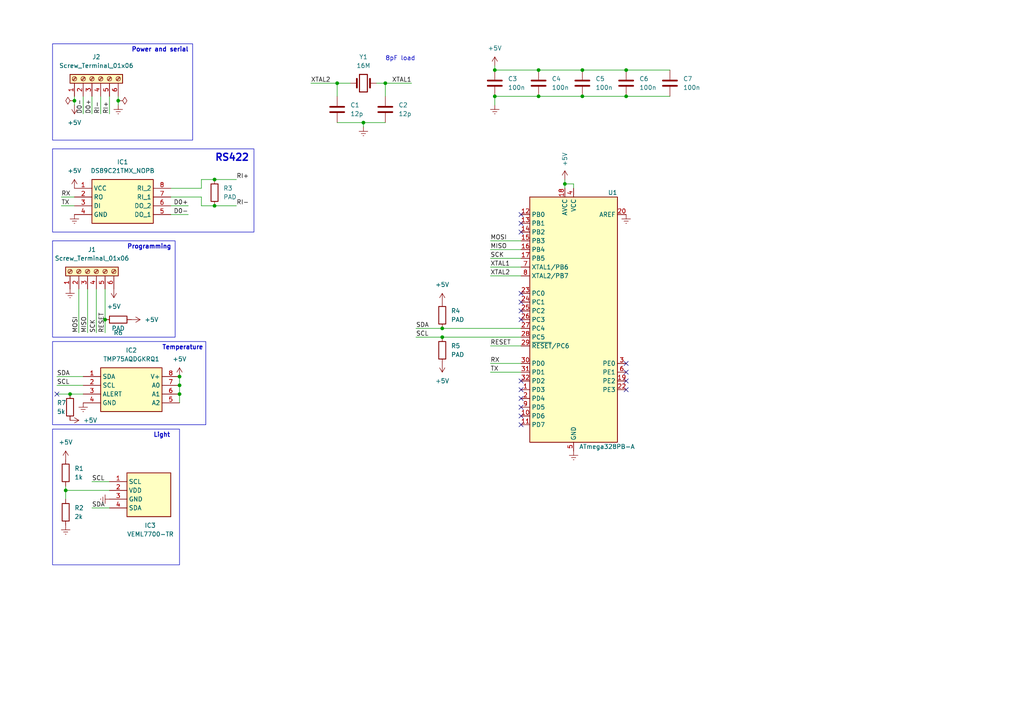
<source format=kicad_sch>
(kicad_sch (version 20230121) (generator eeschema)

  (uuid 947c7390-073c-40c7-ae18-83309c4a488f)

  (paper "A4")

  (lib_symbols
    (symbol "+5V_1" (power) (pin_names (offset 0)) (in_bom yes) (on_board yes)
      (property "Reference" "#PWR" (at 0 -3.81 0)
        (effects (font (size 1.27 1.27)) hide)
      )
      (property "Value" "+5V_1" (at 0 3.556 0)
        (effects (font (size 1.27 1.27)))
      )
      (property "Footprint" "" (at 0 0 0)
        (effects (font (size 1.27 1.27)) hide)
      )
      (property "Datasheet" "" (at 0 0 0)
        (effects (font (size 1.27 1.27)) hide)
      )
      (property "ki_keywords" "global power" (at 0 0 0)
        (effects (font (size 1.27 1.27)) hide)
      )
      (property "ki_description" "Power symbol creates a global label with name \"+5V\"" (at 0 0 0)
        (effects (font (size 1.27 1.27)) hide)
      )
      (symbol "+5V_1_0_1"
        (polyline
          (pts
            (xy -0.762 1.27)
            (xy 0 2.54)
          )
          (stroke (width 0) (type default))
          (fill (type none))
        )
        (polyline
          (pts
            (xy 0 0)
            (xy 0 2.54)
          )
          (stroke (width 0) (type default))
          (fill (type none))
        )
        (polyline
          (pts
            (xy 0 2.54)
            (xy 0.762 1.27)
          )
          (stroke (width 0) (type default))
          (fill (type none))
        )
      )
      (symbol "+5V_1_1_1"
        (pin power_in line (at 0 0 90) (length 0) hide
          (name "+5V" (effects (font (size 1.27 1.27))))
          (number "1" (effects (font (size 1.27 1.27))))
        )
      )
    )
    (symbol "+5V_3" (power) (pin_names (offset 0)) (in_bom yes) (on_board yes)
      (property "Reference" "#PWR" (at 0 -3.81 0)
        (effects (font (size 1.27 1.27)) hide)
      )
      (property "Value" "+5V_3" (at 0 3.556 0)
        (effects (font (size 1.27 1.27)))
      )
      (property "Footprint" "" (at 0 0 0)
        (effects (font (size 1.27 1.27)) hide)
      )
      (property "Datasheet" "" (at 0 0 0)
        (effects (font (size 1.27 1.27)) hide)
      )
      (property "ki_keywords" "global power" (at 0 0 0)
        (effects (font (size 1.27 1.27)) hide)
      )
      (property "ki_description" "Power symbol creates a global label with name \"+5V\"" (at 0 0 0)
        (effects (font (size 1.27 1.27)) hide)
      )
      (symbol "+5V_3_0_1"
        (polyline
          (pts
            (xy -0.762 1.27)
            (xy 0 2.54)
          )
          (stroke (width 0) (type default))
          (fill (type none))
        )
        (polyline
          (pts
            (xy 0 0)
            (xy 0 2.54)
          )
          (stroke (width 0) (type default))
          (fill (type none))
        )
        (polyline
          (pts
            (xy 0 2.54)
            (xy 0.762 1.27)
          )
          (stroke (width 0) (type default))
          (fill (type none))
        )
      )
      (symbol "+5V_3_1_1"
        (pin power_in line (at 0 0 90) (length 0) hide
          (name "+5V" (effects (font (size 1.27 1.27))))
          (number "1" (effects (font (size 1.27 1.27))))
        )
      )
    )
    (symbol "Connector:Screw_Terminal_01x06" (pin_names (offset 1.016) hide) (in_bom yes) (on_board yes)
      (property "Reference" "J" (at 0 7.62 0)
        (effects (font (size 1.27 1.27)))
      )
      (property "Value" "Screw_Terminal_01x06" (at 0 -10.16 0)
        (effects (font (size 1.27 1.27)))
      )
      (property "Footprint" "" (at 0 0 0)
        (effects (font (size 1.27 1.27)) hide)
      )
      (property "Datasheet" "~" (at 0 0 0)
        (effects (font (size 1.27 1.27)) hide)
      )
      (property "ki_keywords" "screw terminal" (at 0 0 0)
        (effects (font (size 1.27 1.27)) hide)
      )
      (property "ki_description" "Generic screw terminal, single row, 01x06, script generated (kicad-library-utils/schlib/autogen/connector/)" (at 0 0 0)
        (effects (font (size 1.27 1.27)) hide)
      )
      (property "ki_fp_filters" "TerminalBlock*:*" (at 0 0 0)
        (effects (font (size 1.27 1.27)) hide)
      )
      (symbol "Screw_Terminal_01x06_1_1"
        (rectangle (start -1.27 6.35) (end 1.27 -8.89)
          (stroke (width 0.254) (type default))
          (fill (type background))
        )
        (circle (center 0 -7.62) (radius 0.635)
          (stroke (width 0.1524) (type default))
          (fill (type none))
        )
        (circle (center 0 -5.08) (radius 0.635)
          (stroke (width 0.1524) (type default))
          (fill (type none))
        )
        (circle (center 0 -2.54) (radius 0.635)
          (stroke (width 0.1524) (type default))
          (fill (type none))
        )
        (polyline
          (pts
            (xy -0.5334 -7.2898)
            (xy 0.3302 -8.128)
          )
          (stroke (width 0.1524) (type default))
          (fill (type none))
        )
        (polyline
          (pts
            (xy -0.5334 -4.7498)
            (xy 0.3302 -5.588)
          )
          (stroke (width 0.1524) (type default))
          (fill (type none))
        )
        (polyline
          (pts
            (xy -0.5334 -2.2098)
            (xy 0.3302 -3.048)
          )
          (stroke (width 0.1524) (type default))
          (fill (type none))
        )
        (polyline
          (pts
            (xy -0.5334 0.3302)
            (xy 0.3302 -0.508)
          )
          (stroke (width 0.1524) (type default))
          (fill (type none))
        )
        (polyline
          (pts
            (xy -0.5334 2.8702)
            (xy 0.3302 2.032)
          )
          (stroke (width 0.1524) (type default))
          (fill (type none))
        )
        (polyline
          (pts
            (xy -0.5334 5.4102)
            (xy 0.3302 4.572)
          )
          (stroke (width 0.1524) (type default))
          (fill (type none))
        )
        (polyline
          (pts
            (xy -0.3556 -7.112)
            (xy 0.508 -7.9502)
          )
          (stroke (width 0.1524) (type default))
          (fill (type none))
        )
        (polyline
          (pts
            (xy -0.3556 -4.572)
            (xy 0.508 -5.4102)
          )
          (stroke (width 0.1524) (type default))
          (fill (type none))
        )
        (polyline
          (pts
            (xy -0.3556 -2.032)
            (xy 0.508 -2.8702)
          )
          (stroke (width 0.1524) (type default))
          (fill (type none))
        )
        (polyline
          (pts
            (xy -0.3556 0.508)
            (xy 0.508 -0.3302)
          )
          (stroke (width 0.1524) (type default))
          (fill (type none))
        )
        (polyline
          (pts
            (xy -0.3556 3.048)
            (xy 0.508 2.2098)
          )
          (stroke (width 0.1524) (type default))
          (fill (type none))
        )
        (polyline
          (pts
            (xy -0.3556 5.588)
            (xy 0.508 4.7498)
          )
          (stroke (width 0.1524) (type default))
          (fill (type none))
        )
        (circle (center 0 0) (radius 0.635)
          (stroke (width 0.1524) (type default))
          (fill (type none))
        )
        (circle (center 0 2.54) (radius 0.635)
          (stroke (width 0.1524) (type default))
          (fill (type none))
        )
        (circle (center 0 5.08) (radius 0.635)
          (stroke (width 0.1524) (type default))
          (fill (type none))
        )
        (pin passive line (at -5.08 5.08 0) (length 3.81)
          (name "Pin_1" (effects (font (size 1.27 1.27))))
          (number "1" (effects (font (size 1.27 1.27))))
        )
        (pin passive line (at -5.08 2.54 0) (length 3.81)
          (name "Pin_2" (effects (font (size 1.27 1.27))))
          (number "2" (effects (font (size 1.27 1.27))))
        )
        (pin passive line (at -5.08 0 0) (length 3.81)
          (name "Pin_3" (effects (font (size 1.27 1.27))))
          (number "3" (effects (font (size 1.27 1.27))))
        )
        (pin passive line (at -5.08 -2.54 0) (length 3.81)
          (name "Pin_4" (effects (font (size 1.27 1.27))))
          (number "4" (effects (font (size 1.27 1.27))))
        )
        (pin passive line (at -5.08 -5.08 0) (length 3.81)
          (name "Pin_5" (effects (font (size 1.27 1.27))))
          (number "5" (effects (font (size 1.27 1.27))))
        )
        (pin passive line (at -5.08 -7.62 0) (length 3.81)
          (name "Pin_6" (effects (font (size 1.27 1.27))))
          (number "6" (effects (font (size 1.27 1.27))))
        )
      )
    )
    (symbol "Device:C" (pin_numbers hide) (pin_names (offset 0.254)) (in_bom yes) (on_board yes)
      (property "Reference" "C" (at 0.635 2.54 0)
        (effects (font (size 1.27 1.27)) (justify left))
      )
      (property "Value" "C" (at 0.635 -2.54 0)
        (effects (font (size 1.27 1.27)) (justify left))
      )
      (property "Footprint" "" (at 0.9652 -3.81 0)
        (effects (font (size 1.27 1.27)) hide)
      )
      (property "Datasheet" "~" (at 0 0 0)
        (effects (font (size 1.27 1.27)) hide)
      )
      (property "ki_keywords" "cap capacitor" (at 0 0 0)
        (effects (font (size 1.27 1.27)) hide)
      )
      (property "ki_description" "Unpolarized capacitor" (at 0 0 0)
        (effects (font (size 1.27 1.27)) hide)
      )
      (property "ki_fp_filters" "C_*" (at 0 0 0)
        (effects (font (size 1.27 1.27)) hide)
      )
      (symbol "C_0_1"
        (polyline
          (pts
            (xy -2.032 -0.762)
            (xy 2.032 -0.762)
          )
          (stroke (width 0.508) (type default))
          (fill (type none))
        )
        (polyline
          (pts
            (xy -2.032 0.762)
            (xy 2.032 0.762)
          )
          (stroke (width 0.508) (type default))
          (fill (type none))
        )
      )
      (symbol "C_1_1"
        (pin passive line (at 0 3.81 270) (length 2.794)
          (name "~" (effects (font (size 1.27 1.27))))
          (number "1" (effects (font (size 1.27 1.27))))
        )
        (pin passive line (at 0 -3.81 90) (length 2.794)
          (name "~" (effects (font (size 1.27 1.27))))
          (number "2" (effects (font (size 1.27 1.27))))
        )
      )
    )
    (symbol "Device:Crystal" (pin_numbers hide) (pin_names (offset 1.016) hide) (in_bom yes) (on_board yes)
      (property "Reference" "Y" (at 0 3.81 0)
        (effects (font (size 1.27 1.27)))
      )
      (property "Value" "Crystal" (at 0 -3.81 0)
        (effects (font (size 1.27 1.27)))
      )
      (property "Footprint" "" (at 0 0 0)
        (effects (font (size 1.27 1.27)) hide)
      )
      (property "Datasheet" "~" (at 0 0 0)
        (effects (font (size 1.27 1.27)) hide)
      )
      (property "ki_keywords" "quartz ceramic resonator oscillator" (at 0 0 0)
        (effects (font (size 1.27 1.27)) hide)
      )
      (property "ki_description" "Two pin crystal" (at 0 0 0)
        (effects (font (size 1.27 1.27)) hide)
      )
      (property "ki_fp_filters" "Crystal*" (at 0 0 0)
        (effects (font (size 1.27 1.27)) hide)
      )
      (symbol "Crystal_0_1"
        (rectangle (start -1.143 2.54) (end 1.143 -2.54)
          (stroke (width 0.3048) (type default))
          (fill (type none))
        )
        (polyline
          (pts
            (xy -2.54 0)
            (xy -1.905 0)
          )
          (stroke (width 0) (type default))
          (fill (type none))
        )
        (polyline
          (pts
            (xy -1.905 -1.27)
            (xy -1.905 1.27)
          )
          (stroke (width 0.508) (type default))
          (fill (type none))
        )
        (polyline
          (pts
            (xy 1.905 -1.27)
            (xy 1.905 1.27)
          )
          (stroke (width 0.508) (type default))
          (fill (type none))
        )
        (polyline
          (pts
            (xy 2.54 0)
            (xy 1.905 0)
          )
          (stroke (width 0) (type default))
          (fill (type none))
        )
      )
      (symbol "Crystal_1_1"
        (pin passive line (at -3.81 0 0) (length 1.27)
          (name "1" (effects (font (size 1.27 1.27))))
          (number "1" (effects (font (size 1.27 1.27))))
        )
        (pin passive line (at 3.81 0 180) (length 1.27)
          (name "2" (effects (font (size 1.27 1.27))))
          (number "2" (effects (font (size 1.27 1.27))))
        )
      )
    )
    (symbol "Device:R" (pin_numbers hide) (pin_names (offset 0)) (in_bom yes) (on_board yes)
      (property "Reference" "R" (at 2.032 0 90)
        (effects (font (size 1.27 1.27)))
      )
      (property "Value" "R" (at 0 0 90)
        (effects (font (size 1.27 1.27)))
      )
      (property "Footprint" "" (at -1.778 0 90)
        (effects (font (size 1.27 1.27)) hide)
      )
      (property "Datasheet" "~" (at 0 0 0)
        (effects (font (size 1.27 1.27)) hide)
      )
      (property "ki_keywords" "R res resistor" (at 0 0 0)
        (effects (font (size 1.27 1.27)) hide)
      )
      (property "ki_description" "Resistor" (at 0 0 0)
        (effects (font (size 1.27 1.27)) hide)
      )
      (property "ki_fp_filters" "R_*" (at 0 0 0)
        (effects (font (size 1.27 1.27)) hide)
      )
      (symbol "R_0_1"
        (rectangle (start -1.016 -2.54) (end 1.016 2.54)
          (stroke (width 0.254) (type default))
          (fill (type none))
        )
      )
      (symbol "R_1_1"
        (pin passive line (at 0 3.81 270) (length 1.27)
          (name "~" (effects (font (size 1.27 1.27))))
          (number "1" (effects (font (size 1.27 1.27))))
        )
        (pin passive line (at 0 -3.81 90) (length 1.27)
          (name "~" (effects (font (size 1.27 1.27))))
          (number "2" (effects (font (size 1.27 1.27))))
        )
      )
    )
    (symbol "Earth_1" (power) (pin_names (offset 0)) (in_bom yes) (on_board yes)
      (property "Reference" "#PWR" (at 0 -6.35 0)
        (effects (font (size 1.27 1.27)) hide)
      )
      (property "Value" "Earth_1" (at 0 -3.81 0)
        (effects (font (size 1.27 1.27)) hide)
      )
      (property "Footprint" "" (at 0 0 0)
        (effects (font (size 1.27 1.27)) hide)
      )
      (property "Datasheet" "~" (at 0 0 0)
        (effects (font (size 1.27 1.27)) hide)
      )
      (property "ki_keywords" "global ground gnd" (at 0 0 0)
        (effects (font (size 1.27 1.27)) hide)
      )
      (property "ki_description" "Power symbol creates a global label with name \"Earth\"" (at 0 0 0)
        (effects (font (size 1.27 1.27)) hide)
      )
      (symbol "Earth_1_0_1"
        (polyline
          (pts
            (xy -0.635 -1.905)
            (xy 0.635 -1.905)
          )
          (stroke (width 0) (type default))
          (fill (type none))
        )
        (polyline
          (pts
            (xy -0.127 -2.54)
            (xy 0.127 -2.54)
          )
          (stroke (width 0) (type default))
          (fill (type none))
        )
        (polyline
          (pts
            (xy 0 -1.27)
            (xy 0 0)
          )
          (stroke (width 0) (type default))
          (fill (type none))
        )
        (polyline
          (pts
            (xy 1.27 -1.27)
            (xy -1.27 -1.27)
          )
          (stroke (width 0) (type default))
          (fill (type none))
        )
      )
      (symbol "Earth_1_1_1"
        (pin power_in line (at 0 0 270) (length 0) hide
          (name "Earth" (effects (font (size 1.27 1.27))))
          (number "1" (effects (font (size 1.27 1.27))))
        )
      )
    )
    (symbol "MCU_Microchip_ATmega:ATmega328PB-A" (in_bom yes) (on_board yes)
      (property "Reference" "U" (at -12.7 36.83 0)
        (effects (font (size 1.27 1.27)) (justify left bottom))
      )
      (property "Value" "ATmega328PB-A" (at 2.54 -36.83 0)
        (effects (font (size 1.27 1.27)) (justify left top))
      )
      (property "Footprint" "Package_QFP:TQFP-32_7x7mm_P0.8mm" (at 0 0 0)
        (effects (font (size 1.27 1.27) italic) hide)
      )
      (property "Datasheet" "http://ww1.microchip.com/downloads/en/DeviceDoc/40001906C.pdf" (at 0 0 0)
        (effects (font (size 1.27 1.27)) hide)
      )
      (property "ki_keywords" "AVR 8bit Microcontroller MegaAVR" (at 0 0 0)
        (effects (font (size 1.27 1.27)) hide)
      )
      (property "ki_description" "20MHz, 32kB Flash, 2kB SRAM, 1kB EEPROM, TQFP-32" (at 0 0 0)
        (effects (font (size 1.27 1.27)) hide)
      )
      (property "ki_fp_filters" "TQFP*7x7mm*P0.8mm*" (at 0 0 0)
        (effects (font (size 1.27 1.27)) hide)
      )
      (symbol "ATmega328PB-A_0_1"
        (rectangle (start -12.7 -35.56) (end 12.7 35.56)
          (stroke (width 0.254) (type default))
          (fill (type background))
        )
      )
      (symbol "ATmega328PB-A_1_1"
        (pin bidirectional line (at 15.24 -20.32 180) (length 2.54)
          (name "PD3" (effects (font (size 1.27 1.27))))
          (number "1" (effects (font (size 1.27 1.27))))
        )
        (pin bidirectional line (at 15.24 -27.94 180) (length 2.54)
          (name "PD6" (effects (font (size 1.27 1.27))))
          (number "10" (effects (font (size 1.27 1.27))))
        )
        (pin bidirectional line (at 15.24 -30.48 180) (length 2.54)
          (name "PD7" (effects (font (size 1.27 1.27))))
          (number "11" (effects (font (size 1.27 1.27))))
        )
        (pin bidirectional line (at 15.24 30.48 180) (length 2.54)
          (name "PB0" (effects (font (size 1.27 1.27))))
          (number "12" (effects (font (size 1.27 1.27))))
        )
        (pin bidirectional line (at 15.24 27.94 180) (length 2.54)
          (name "PB1" (effects (font (size 1.27 1.27))))
          (number "13" (effects (font (size 1.27 1.27))))
        )
        (pin bidirectional line (at 15.24 25.4 180) (length 2.54)
          (name "PB2" (effects (font (size 1.27 1.27))))
          (number "14" (effects (font (size 1.27 1.27))))
        )
        (pin bidirectional line (at 15.24 22.86 180) (length 2.54)
          (name "PB3" (effects (font (size 1.27 1.27))))
          (number "15" (effects (font (size 1.27 1.27))))
        )
        (pin bidirectional line (at 15.24 20.32 180) (length 2.54)
          (name "PB4" (effects (font (size 1.27 1.27))))
          (number "16" (effects (font (size 1.27 1.27))))
        )
        (pin bidirectional line (at 15.24 17.78 180) (length 2.54)
          (name "PB5" (effects (font (size 1.27 1.27))))
          (number "17" (effects (font (size 1.27 1.27))))
        )
        (pin power_in line (at 2.54 38.1 270) (length 2.54)
          (name "AVCC" (effects (font (size 1.27 1.27))))
          (number "18" (effects (font (size 1.27 1.27))))
        )
        (pin bidirectional line (at -15.24 -17.78 0) (length 2.54)
          (name "PE2" (effects (font (size 1.27 1.27))))
          (number "19" (effects (font (size 1.27 1.27))))
        )
        (pin bidirectional line (at 15.24 -22.86 180) (length 2.54)
          (name "PD4" (effects (font (size 1.27 1.27))))
          (number "2" (effects (font (size 1.27 1.27))))
        )
        (pin passive line (at -15.24 30.48 0) (length 2.54)
          (name "AREF" (effects (font (size 1.27 1.27))))
          (number "20" (effects (font (size 1.27 1.27))))
        )
        (pin passive line (at 0 -38.1 90) (length 2.54) hide
          (name "GND" (effects (font (size 1.27 1.27))))
          (number "21" (effects (font (size 1.27 1.27))))
        )
        (pin bidirectional line (at -15.24 -20.32 0) (length 2.54)
          (name "PE3" (effects (font (size 1.27 1.27))))
          (number "22" (effects (font (size 1.27 1.27))))
        )
        (pin bidirectional line (at 15.24 7.62 180) (length 2.54)
          (name "PC0" (effects (font (size 1.27 1.27))))
          (number "23" (effects (font (size 1.27 1.27))))
        )
        (pin bidirectional line (at 15.24 5.08 180) (length 2.54)
          (name "PC1" (effects (font (size 1.27 1.27))))
          (number "24" (effects (font (size 1.27 1.27))))
        )
        (pin bidirectional line (at 15.24 2.54 180) (length 2.54)
          (name "PC2" (effects (font (size 1.27 1.27))))
          (number "25" (effects (font (size 1.27 1.27))))
        )
        (pin bidirectional line (at 15.24 0 180) (length 2.54)
          (name "PC3" (effects (font (size 1.27 1.27))))
          (number "26" (effects (font (size 1.27 1.27))))
        )
        (pin bidirectional line (at 15.24 -2.54 180) (length 2.54)
          (name "PC4" (effects (font (size 1.27 1.27))))
          (number "27" (effects (font (size 1.27 1.27))))
        )
        (pin bidirectional line (at 15.24 -5.08 180) (length 2.54)
          (name "PC5" (effects (font (size 1.27 1.27))))
          (number "28" (effects (font (size 1.27 1.27))))
        )
        (pin bidirectional line (at 15.24 -7.62 180) (length 2.54)
          (name "~{RESET}/PC6" (effects (font (size 1.27 1.27))))
          (number "29" (effects (font (size 1.27 1.27))))
        )
        (pin bidirectional line (at -15.24 -12.7 0) (length 2.54)
          (name "PE0" (effects (font (size 1.27 1.27))))
          (number "3" (effects (font (size 1.27 1.27))))
        )
        (pin bidirectional line (at 15.24 -12.7 180) (length 2.54)
          (name "PD0" (effects (font (size 1.27 1.27))))
          (number "30" (effects (font (size 1.27 1.27))))
        )
        (pin bidirectional line (at 15.24 -15.24 180) (length 2.54)
          (name "PD1" (effects (font (size 1.27 1.27))))
          (number "31" (effects (font (size 1.27 1.27))))
        )
        (pin bidirectional line (at 15.24 -17.78 180) (length 2.54)
          (name "PD2" (effects (font (size 1.27 1.27))))
          (number "32" (effects (font (size 1.27 1.27))))
        )
        (pin power_in line (at 0 38.1 270) (length 2.54)
          (name "VCC" (effects (font (size 1.27 1.27))))
          (number "4" (effects (font (size 1.27 1.27))))
        )
        (pin power_in line (at 0 -38.1 90) (length 2.54)
          (name "GND" (effects (font (size 1.27 1.27))))
          (number "5" (effects (font (size 1.27 1.27))))
        )
        (pin bidirectional line (at -15.24 -15.24 0) (length 2.54)
          (name "PE1" (effects (font (size 1.27 1.27))))
          (number "6" (effects (font (size 1.27 1.27))))
        )
        (pin bidirectional line (at 15.24 15.24 180) (length 2.54)
          (name "XTAL1/PB6" (effects (font (size 1.27 1.27))))
          (number "7" (effects (font (size 1.27 1.27))))
        )
        (pin bidirectional line (at 15.24 12.7 180) (length 2.54)
          (name "XTAL2/PB7" (effects (font (size 1.27 1.27))))
          (number "8" (effects (font (size 1.27 1.27))))
        )
        (pin bidirectional line (at 15.24 -25.4 180) (length 2.54)
          (name "PD5" (effects (font (size 1.27 1.27))))
          (number "9" (effects (font (size 1.27 1.27))))
        )
      )
    )
    (symbol "SamacSys_Parts:DS89C21TMX_NOPB" (in_bom yes) (on_board yes)
      (property "Reference" "IC" (at 24.13 7.62 0)
        (effects (font (size 1.27 1.27)) (justify left top))
      )
      (property "Value" "DS89C21TMX_NOPB" (at 24.13 5.08 0)
        (effects (font (size 1.27 1.27)) (justify left top))
      )
      (property "Footprint" "SOIC127P600X175-8N" (at 24.13 -94.92 0)
        (effects (font (size 1.27 1.27)) (justify left top) hide)
      )
      (property "Datasheet" "http://www.ti.com/lit/gpn/ds89c21" (at 24.13 -194.92 0)
        (effects (font (size 1.27 1.27)) (justify left top) hide)
      )
      (property "Height" "1.75" (at 24.13 -394.92 0)
        (effects (font (size 1.27 1.27)) (justify left top) hide)
      )
      (property "Mouser Part Number" "926-DS89C21TMX/NOPB" (at 24.13 -494.92 0)
        (effects (font (size 1.27 1.27)) (justify left top) hide)
      )
      (property "Mouser Price/Stock" "https://www.mouser.co.uk/ProductDetail/Texas-Instruments/DS89C21TMX-NOPB/?qs=7X5t%252BdzoRHAsm2O2RRBwEg%3D%3D" (at 24.13 -594.92 0)
        (effects (font (size 1.27 1.27)) (justify left top) hide)
      )
      (property "Manufacturer_Name" "Texas Instruments" (at 24.13 -694.92 0)
        (effects (font (size 1.27 1.27)) (justify left top) hide)
      )
      (property "Manufacturer_Part_Number" "DS89C21TMX/NOPB" (at 24.13 -794.92 0)
        (effects (font (size 1.27 1.27)) (justify left top) hide)
      )
      (property "ki_description" "Differential CMOS Line Driver and Receiver Pair" (at 0 0 0)
        (effects (font (size 1.27 1.27)) hide)
      )
      (symbol "DS89C21TMX_NOPB_1_1"
        (rectangle (start 5.08 2.54) (end 22.86 -10.16)
          (stroke (width 0.254) (type default))
          (fill (type background))
        )
        (pin passive line (at 0 0 0) (length 5.08)
          (name "VCC" (effects (font (size 1.27 1.27))))
          (number "1" (effects (font (size 1.27 1.27))))
        )
        (pin passive line (at 0 -2.54 0) (length 5.08)
          (name "RO" (effects (font (size 1.27 1.27))))
          (number "2" (effects (font (size 1.27 1.27))))
        )
        (pin passive line (at 0 -5.08 0) (length 5.08)
          (name "DI" (effects (font (size 1.27 1.27))))
          (number "3" (effects (font (size 1.27 1.27))))
        )
        (pin passive line (at 0 -7.62 0) (length 5.08)
          (name "GND" (effects (font (size 1.27 1.27))))
          (number "4" (effects (font (size 1.27 1.27))))
        )
        (pin passive line (at 27.94 -7.62 180) (length 5.08)
          (name "DO_1" (effects (font (size 1.27 1.27))))
          (number "5" (effects (font (size 1.27 1.27))))
        )
        (pin passive line (at 27.94 -5.08 180) (length 5.08)
          (name "DO_2" (effects (font (size 1.27 1.27))))
          (number "6" (effects (font (size 1.27 1.27))))
        )
        (pin passive line (at 27.94 -2.54 180) (length 5.08)
          (name "RI_1" (effects (font (size 1.27 1.27))))
          (number "7" (effects (font (size 1.27 1.27))))
        )
        (pin passive line (at 27.94 0 180) (length 5.08)
          (name "RI_2" (effects (font (size 1.27 1.27))))
          (number "8" (effects (font (size 1.27 1.27))))
        )
      )
    )
    (symbol "SamacSys_Parts:TMP75AQDGKRQ1" (in_bom yes) (on_board yes)
      (property "Reference" "IC" (at 24.13 7.62 0)
        (effects (font (size 1.27 1.27)) (justify left top))
      )
      (property "Value" "TMP75AQDGKRQ1" (at 24.13 5.08 0)
        (effects (font (size 1.27 1.27)) (justify left top))
      )
      (property "Footprint" "SOP65P490X110-8N" (at 24.13 -94.92 0)
        (effects (font (size 1.27 1.27)) (justify left top) hide)
      )
      (property "Datasheet" "http://www.ti.com/lit/ds/symlink/tmp75-q1.pdf" (at 24.13 -194.92 0)
        (effects (font (size 1.27 1.27)) (justify left top) hide)
      )
      (property "Height" "1.1" (at 24.13 -394.92 0)
        (effects (font (size 1.27 1.27)) (justify left top) hide)
      )
      (property "Mouser Part Number" "595-TMP75AQDGKRQ1" (at 24.13 -494.92 0)
        (effects (font (size 1.27 1.27)) (justify left top) hide)
      )
      (property "Mouser Price/Stock" "https://www.mouser.co.uk/ProductDetail/Texas-Instruments/TMP75AQDGKRQ1?qs=8%2FmU9qzJpL94ozirA29TNw%3D%3D" (at 24.13 -594.92 0)
        (effects (font (size 1.27 1.27)) (justify left top) hide)
      )
      (property "Manufacturer_Name" "Texas Instruments" (at 24.13 -694.92 0)
        (effects (font (size 1.27 1.27)) (justify left top) hide)
      )
      (property "Manufacturer_Part_Number" "TMP75AQDGKRQ1" (at 24.13 -794.92 0)
        (effects (font (size 1.27 1.27)) (justify left top) hide)
      )
      (property "ki_description" "Automotive Temp Sensor with I2C/SMBus Interface in Industry Standard LM75 Form Factor & Pinout" (at 0 0 0)
        (effects (font (size 1.27 1.27)) hide)
      )
      (symbol "TMP75AQDGKRQ1_1_1"
        (rectangle (start 5.08 2.54) (end 22.86 -10.16)
          (stroke (width 0.254) (type default))
          (fill (type background))
        )
        (pin passive line (at 0 0 0) (length 5.08)
          (name "SDA" (effects (font (size 1.27 1.27))))
          (number "1" (effects (font (size 1.27 1.27))))
        )
        (pin passive line (at 0 -2.54 0) (length 5.08)
          (name "SCL" (effects (font (size 1.27 1.27))))
          (number "2" (effects (font (size 1.27 1.27))))
        )
        (pin passive line (at 0 -5.08 0) (length 5.08)
          (name "ALERT" (effects (font (size 1.27 1.27))))
          (number "3" (effects (font (size 1.27 1.27))))
        )
        (pin passive line (at 0 -7.62 0) (length 5.08)
          (name "GND" (effects (font (size 1.27 1.27))))
          (number "4" (effects (font (size 1.27 1.27))))
        )
        (pin passive line (at 27.94 -7.62 180) (length 5.08)
          (name "A2" (effects (font (size 1.27 1.27))))
          (number "5" (effects (font (size 1.27 1.27))))
        )
        (pin passive line (at 27.94 -5.08 180) (length 5.08)
          (name "A1" (effects (font (size 1.27 1.27))))
          (number "6" (effects (font (size 1.27 1.27))))
        )
        (pin passive line (at 27.94 -2.54 180) (length 5.08)
          (name "A0" (effects (font (size 1.27 1.27))))
          (number "7" (effects (font (size 1.27 1.27))))
        )
        (pin passive line (at 27.94 0 180) (length 5.08)
          (name "V+" (effects (font (size 1.27 1.27))))
          (number "8" (effects (font (size 1.27 1.27))))
        )
      )
    )
    (symbol "SamacSys_Parts:VEML7700-TR" (in_bom yes) (on_board yes)
      (property "Reference" "IC" (at 19.05 7.62 0)
        (effects (font (size 1.27 1.27)) (justify left top))
      )
      (property "Value" "VEML7700-TR" (at 19.05 5.08 0)
        (effects (font (size 1.27 1.27)) (justify left top))
      )
      (property "Footprint" "VEML7700" (at 19.05 -94.92 0)
        (effects (font (size 1.27 1.27)) (justify left top) hide)
      )
      (property "Datasheet" "http://www.vishay.com/docs/84286/veml7700.pdf" (at 19.05 -194.92 0)
        (effects (font (size 1.27 1.27)) (justify left top) hide)
      )
      (property "Height" "" (at 19.05 -394.92 0)
        (effects (font (size 1.27 1.27)) (justify left top) hide)
      )
      (property "Mouser Part Number" "78-VEML7700-TR" (at 19.05 -494.92 0)
        (effects (font (size 1.27 1.27)) (justify left top) hide)
      )
      (property "Mouser Price/Stock" "https://www.mouser.co.uk/ProductDetail/Vishay-Semiconductors/VEML7700-TR?qs=BcfjnG7NVaWcZHs8m27pyQ%3D%3D" (at 19.05 -594.92 0)
        (effects (font (size 1.27 1.27)) (justify left top) hide)
      )
      (property "Manufacturer_Name" "Vishay" (at 19.05 -694.92 0)
        (effects (font (size 1.27 1.27)) (justify left top) hide)
      )
      (property "Manufacturer_Part_Number" "VEML7700-TR" (at 19.05 -794.92 0)
        (effects (font (size 1.27 1.27)) (justify left top) hide)
      )
      (property "ki_description" "High Accuracy Ambient Light Sensor with I2C Interface" (at 0 0 0)
        (effects (font (size 1.27 1.27)) hide)
      )
      (symbol "VEML7700-TR_1_1"
        (rectangle (start 5.08 2.54) (end 17.78 -10.16)
          (stroke (width 0.254) (type default))
          (fill (type background))
        )
        (pin passive line (at 0 0 0) (length 5.08)
          (name "SCL" (effects (font (size 1.27 1.27))))
          (number "1" (effects (font (size 1.27 1.27))))
        )
        (pin power_in line (at 0 -2.54 0) (length 5.08)
          (name "VDD" (effects (font (size 1.27 1.27))))
          (number "2" (effects (font (size 1.27 1.27))))
        )
        (pin power_in line (at 0 -5.08 0) (length 5.08)
          (name "GND" (effects (font (size 1.27 1.27))))
          (number "3" (effects (font (size 1.27 1.27))))
        )
        (pin passive line (at 0 -7.62 0) (length 5.08)
          (name "SDA" (effects (font (size 1.27 1.27))))
          (number "4" (effects (font (size 1.27 1.27))))
        )
      )
    )
    (symbol "power:+5V" (power) (pin_names (offset 0)) (in_bom yes) (on_board yes)
      (property "Reference" "#PWR" (at 0 -3.81 0)
        (effects (font (size 1.27 1.27)) hide)
      )
      (property "Value" "+5V" (at 0 3.556 0)
        (effects (font (size 1.27 1.27)))
      )
      (property "Footprint" "" (at 0 0 0)
        (effects (font (size 1.27 1.27)) hide)
      )
      (property "Datasheet" "" (at 0 0 0)
        (effects (font (size 1.27 1.27)) hide)
      )
      (property "ki_keywords" "global power" (at 0 0 0)
        (effects (font (size 1.27 1.27)) hide)
      )
      (property "ki_description" "Power symbol creates a global label with name \"+5V\"" (at 0 0 0)
        (effects (font (size 1.27 1.27)) hide)
      )
      (symbol "+5V_0_1"
        (polyline
          (pts
            (xy -0.762 1.27)
            (xy 0 2.54)
          )
          (stroke (width 0) (type default))
          (fill (type none))
        )
        (polyline
          (pts
            (xy 0 0)
            (xy 0 2.54)
          )
          (stroke (width 0) (type default))
          (fill (type none))
        )
        (polyline
          (pts
            (xy 0 2.54)
            (xy 0.762 1.27)
          )
          (stroke (width 0) (type default))
          (fill (type none))
        )
      )
      (symbol "+5V_1_1"
        (pin power_in line (at 0 0 90) (length 0) hide
          (name "+5V" (effects (font (size 1.27 1.27))))
          (number "1" (effects (font (size 1.27 1.27))))
        )
      )
    )
    (symbol "power:Earth" (power) (pin_names (offset 0)) (in_bom yes) (on_board yes)
      (property "Reference" "#PWR" (at 0 -6.35 0)
        (effects (font (size 1.27 1.27)) hide)
      )
      (property "Value" "Earth" (at 0 -3.81 0)
        (effects (font (size 1.27 1.27)) hide)
      )
      (property "Footprint" "" (at 0 0 0)
        (effects (font (size 1.27 1.27)) hide)
      )
      (property "Datasheet" "~" (at 0 0 0)
        (effects (font (size 1.27 1.27)) hide)
      )
      (property "ki_keywords" "global ground gnd" (at 0 0 0)
        (effects (font (size 1.27 1.27)) hide)
      )
      (property "ki_description" "Power symbol creates a global label with name \"Earth\"" (at 0 0 0)
        (effects (font (size 1.27 1.27)) hide)
      )
      (symbol "Earth_0_1"
        (polyline
          (pts
            (xy -0.635 -1.905)
            (xy 0.635 -1.905)
          )
          (stroke (width 0) (type default))
          (fill (type none))
        )
        (polyline
          (pts
            (xy -0.127 -2.54)
            (xy 0.127 -2.54)
          )
          (stroke (width 0) (type default))
          (fill (type none))
        )
        (polyline
          (pts
            (xy 0 -1.27)
            (xy 0 0)
          )
          (stroke (width 0) (type default))
          (fill (type none))
        )
        (polyline
          (pts
            (xy 1.27 -1.27)
            (xy -1.27 -1.27)
          )
          (stroke (width 0) (type default))
          (fill (type none))
        )
      )
      (symbol "Earth_1_1"
        (pin power_in line (at 0 0 270) (length 0) hide
          (name "Earth" (effects (font (size 1.27 1.27))))
          (number "1" (effects (font (size 1.27 1.27))))
        )
      )
    )
    (symbol "power:PWR_FLAG" (power) (pin_numbers hide) (pin_names (offset 0) hide) (in_bom yes) (on_board yes)
      (property "Reference" "#FLG" (at 0 1.905 0)
        (effects (font (size 1.27 1.27)) hide)
      )
      (property "Value" "PWR_FLAG" (at 0 3.81 0)
        (effects (font (size 1.27 1.27)))
      )
      (property "Footprint" "" (at 0 0 0)
        (effects (font (size 1.27 1.27)) hide)
      )
      (property "Datasheet" "~" (at 0 0 0)
        (effects (font (size 1.27 1.27)) hide)
      )
      (property "ki_keywords" "flag power" (at 0 0 0)
        (effects (font (size 1.27 1.27)) hide)
      )
      (property "ki_description" "Special symbol for telling ERC where power comes from" (at 0 0 0)
        (effects (font (size 1.27 1.27)) hide)
      )
      (symbol "PWR_FLAG_0_0"
        (pin power_out line (at 0 0 90) (length 0)
          (name "pwr" (effects (font (size 1.27 1.27))))
          (number "1" (effects (font (size 1.27 1.27))))
        )
      )
      (symbol "PWR_FLAG_0_1"
        (polyline
          (pts
            (xy 0 0)
            (xy 0 1.27)
            (xy -1.016 1.905)
            (xy 0 2.54)
            (xy 1.016 1.905)
            (xy 0 1.27)
          )
          (stroke (width 0) (type default))
          (fill (type none))
        )
      )
    )
  )

  (junction (at 143.51 27.94) (diameter 0) (color 0 0 0 0)
    (uuid 0293e3ee-a525-46bd-9ff6-9f234b24e81f)
  )
  (junction (at 168.91 20.32) (diameter 0) (color 0 0 0 0)
    (uuid 0d7e1059-db9b-47a7-9803-d04c5659711d)
  )
  (junction (at 97.79 24.13) (diameter 0) (color 0 0 0 0)
    (uuid 2400a287-3e46-4002-b2dd-e54e21d88024)
  )
  (junction (at 34.29 29.21) (diameter 0) (color 0 0 0 0)
    (uuid 24d81098-4e79-4188-90bc-d3b574edcd75)
  )
  (junction (at 156.21 20.32) (diameter 0) (color 0 0 0 0)
    (uuid 2d991b66-1cf4-4c9c-ad08-c3571f6a219a)
  )
  (junction (at 52.07 109.22) (diameter 0) (color 0 0 0 0)
    (uuid 32d8f674-6d1e-4bc9-a7c3-e2955fb162ff)
  )
  (junction (at 62.23 59.69) (diameter 0) (color 0 0 0 0)
    (uuid 33c30d0e-c114-46a4-802c-418e56ffc6d6)
  )
  (junction (at 62.23 52.07) (diameter 0) (color 0 0 0 0)
    (uuid 488cdc45-1d76-4eef-9890-f2f2e0bdf5c8)
  )
  (junction (at 163.83 53.34) (diameter 0) (color 0 0 0 0)
    (uuid 5afd18b5-52db-48eb-a060-d1b55b77190a)
  )
  (junction (at 52.07 114.3) (diameter 0) (color 0 0 0 0)
    (uuid 60630674-4904-4f45-adee-3a7db6179f58)
  )
  (junction (at 20.32 114.3) (diameter 0) (color 0 0 0 0)
    (uuid 76f97a57-81dc-4f07-8757-d12a573956ea)
  )
  (junction (at 52.07 111.76) (diameter 0) (color 0 0 0 0)
    (uuid 88a2b0f2-9f3a-4a0c-ab63-ce30607fd4b2)
  )
  (junction (at 143.51 20.32) (diameter 0) (color 0 0 0 0)
    (uuid 9114a19d-5ba3-4d11-a68b-150669fc6fa6)
  )
  (junction (at 181.61 20.32) (diameter 0) (color 0 0 0 0)
    (uuid 9a4c68cb-3d4f-4c8b-904b-148fbb1ad782)
  )
  (junction (at 128.27 95.25) (diameter 0) (color 0 0 0 0)
    (uuid a3034609-deef-4869-a71e-ced7ba06f8ac)
  )
  (junction (at 105.41 35.56) (diameter 0) (color 0 0 0 0)
    (uuid a899492b-00ab-420e-a994-fb20bfeb5e25)
  )
  (junction (at 156.21 27.94) (diameter 0) (color 0 0 0 0)
    (uuid a8ad797f-f0a8-42a5-942a-8dff1442622c)
  )
  (junction (at 30.48 92.71) (diameter 0) (color 0 0 0 0)
    (uuid abff1864-a2ab-408b-bc26-a63ee7c6d364)
  )
  (junction (at 181.61 27.94) (diameter 0) (color 0 0 0 0)
    (uuid b2880bdb-2b76-4728-8d38-2323cf23f331)
  )
  (junction (at 111.76 24.13) (diameter 0) (color 0 0 0 0)
    (uuid b79d6a63-305a-4dd9-9bc2-0387ff0bbe5c)
  )
  (junction (at 168.91 27.94) (diameter 0) (color 0 0 0 0)
    (uuid c6eb2d67-46ea-40b1-a83a-cb8bd09699ef)
  )
  (junction (at 21.59 29.21) (diameter 0) (color 0 0 0 0)
    (uuid dac5e1a5-b3fa-419f-95a3-10e95cc0105d)
  )
  (junction (at 128.27 97.79) (diameter 0) (color 0 0 0 0)
    (uuid de6bb215-5a25-49ef-b5a8-8be3487a5d97)
  )
  (junction (at 19.05 142.24) (diameter 0) (color 0 0 0 0)
    (uuid e68d4f6c-4c40-4bfb-94c7-20ad0da272fc)
  )

  (no_connect (at 151.13 110.49) (uuid 167858a7-072d-4f10-855b-3a1475fe6f71))
  (no_connect (at 151.13 113.03) (uuid 17c9eff8-1089-4925-abdb-95ee5924e31f))
  (no_connect (at 151.13 118.11) (uuid 1dd389f3-18c7-4e2e-baba-768405ec91cf))
  (no_connect (at 151.13 115.57) (uuid 31a5380d-3bb8-4bde-92ee-9940c324435d))
  (no_connect (at 151.13 85.09) (uuid 53bf5255-70ca-44a8-bc9c-11417d74bef4))
  (no_connect (at 16.51 114.3) (uuid 5ba7f239-ab68-4440-b661-132bb5a5beec))
  (no_connect (at 151.13 90.17) (uuid 6cd537b5-95a6-4d74-b550-6b7a6fbc1c09))
  (no_connect (at 181.61 110.49) (uuid 724cb65d-438e-477d-ba81-cdd95e56f3fe))
  (no_connect (at 151.13 120.65) (uuid 83874d3f-8691-4bc5-81f6-9635460c7172))
  (no_connect (at 181.61 107.95) (uuid 8b829e6a-3848-4955-ba9b-47ab3e14f52b))
  (no_connect (at 151.13 64.77) (uuid 98a1761d-a01a-44a8-96e0-e776ae7227bb))
  (no_connect (at 151.13 62.23) (uuid c22ac537-440c-4c5f-9d6f-6a0926032a63))
  (no_connect (at 151.13 67.31) (uuid c4c92cec-72ea-4cb4-8049-03acc85cdd00))
  (no_connect (at 151.13 92.71) (uuid c51f7a3f-4b20-469c-bb3c-507443e5494f))
  (no_connect (at 181.61 113.03) (uuid e2673066-5bc8-43c6-bbc4-bf43223f023f))
  (no_connect (at 181.61 105.41) (uuid e4824509-aafe-454b-a994-4af063a4931c))
  (no_connect (at 151.13 87.63) (uuid f35bf045-333c-4a4b-94e1-e34041180916))
  (no_connect (at 151.13 123.19) (uuid f9478758-5d2e-4e9f-be37-b370b9b45041))

  (wire (pts (xy 24.13 111.76) (xy 16.51 111.76))
    (stroke (width 0) (type default))
    (uuid 00b6339c-572a-4451-bce5-1a16ffd3c6d6)
  )
  (wire (pts (xy 181.61 27.94) (xy 194.31 27.94))
    (stroke (width 0) (type default))
    (uuid 055ebbd0-dd04-417b-878e-1b4fbd17a529)
  )
  (wire (pts (xy 62.23 52.07) (xy 68.58 52.07))
    (stroke (width 0) (type default))
    (uuid 0bbf1c7f-65ee-4529-9b3b-18b3dae21e17)
  )
  (wire (pts (xy 52.07 111.76) (xy 52.07 114.3))
    (stroke (width 0) (type default))
    (uuid 1241d610-9fcd-43c3-a8b2-65260fec4c2b)
  )
  (wire (pts (xy 143.51 27.94) (xy 143.51 30.48))
    (stroke (width 0) (type default))
    (uuid 13714504-32b8-40eb-84e4-07b1653f1df2)
  )
  (wire (pts (xy 22.86 83.82) (xy 22.86 96.52))
    (stroke (width 0) (type default))
    (uuid 1ab8f08f-710f-494c-97a2-bd22844cef62)
  )
  (wire (pts (xy 49.53 57.15) (xy 58.42 57.15))
    (stroke (width 0) (type default))
    (uuid 1bc5fb10-5a29-488b-b124-ff6a0c654917)
  )
  (wire (pts (xy 109.22 24.13) (xy 111.76 24.13))
    (stroke (width 0) (type default))
    (uuid 1bd0b656-5801-428b-89f7-4ef764a8aca5)
  )
  (wire (pts (xy 166.37 53.34) (xy 163.83 53.34))
    (stroke (width 0) (type default))
    (uuid 1befa893-7caf-48dd-8271-e98ce00af032)
  )
  (wire (pts (xy 142.24 107.95) (xy 151.13 107.95))
    (stroke (width 0) (type default))
    (uuid 1fc15ebb-8301-4f1b-acf6-984d287fbb1b)
  )
  (wire (pts (xy 143.51 19.05) (xy 143.51 20.32))
    (stroke (width 0) (type default))
    (uuid 2136f01f-a1cf-47ea-8260-894550ea97dd)
  )
  (wire (pts (xy 58.42 57.15) (xy 58.42 59.69))
    (stroke (width 0) (type default))
    (uuid 2ce032c7-0572-4d6a-8d72-a7fa605e473b)
  )
  (wire (pts (xy 151.13 69.85) (xy 142.24 69.85))
    (stroke (width 0) (type default))
    (uuid 319289b7-0af1-4316-a035-539d5750fb01)
  )
  (wire (pts (xy 168.91 27.94) (xy 181.61 27.94))
    (stroke (width 0) (type default))
    (uuid 328110ea-8351-4498-99d8-a16732b21998)
  )
  (wire (pts (xy 151.13 100.33) (xy 142.24 100.33))
    (stroke (width 0) (type default))
    (uuid 384dbb62-c7e8-4386-96b7-bf234f38ce9a)
  )
  (wire (pts (xy 142.24 105.41) (xy 151.13 105.41))
    (stroke (width 0) (type default))
    (uuid 3bdb5e25-0df5-4325-bf8d-0a8e76d08d7d)
  )
  (wire (pts (xy 151.13 95.25) (xy 128.27 95.25))
    (stroke (width 0) (type default))
    (uuid 3de508ee-adce-4d6d-9d60-eb59a140f505)
  )
  (wire (pts (xy 16.51 114.3) (xy 20.32 114.3))
    (stroke (width 0) (type default))
    (uuid 3f50348a-bc07-4c9f-ab04-5c5c2cf025ed)
  )
  (wire (pts (xy 97.79 35.56) (xy 105.41 35.56))
    (stroke (width 0) (type default))
    (uuid 492c33bb-467c-45e1-9ba0-83d12ea53b09)
  )
  (wire (pts (xy 24.13 27.94) (xy 24.13 33.02))
    (stroke (width 0) (type default))
    (uuid 492f6b34-eaf3-472b-b2b5-1f7455b09ebc)
  )
  (wire (pts (xy 30.48 83.82) (xy 30.48 92.71))
    (stroke (width 0) (type default))
    (uuid 4c84f54c-d151-4189-be85-33b136e73feb)
  )
  (wire (pts (xy 151.13 80.01) (xy 142.24 80.01))
    (stroke (width 0) (type default))
    (uuid 4cb345a5-7fba-4679-bca7-28890caf49e1)
  )
  (wire (pts (xy 120.65 97.79) (xy 128.27 97.79))
    (stroke (width 0) (type default))
    (uuid 4e2a9fe8-8e4a-4df2-84b7-5342b10c0946)
  )
  (wire (pts (xy 21.59 30.48) (xy 21.59 29.21))
    (stroke (width 0) (type default))
    (uuid 58dc6cc2-2bbb-437d-b099-8f61fd9109d2)
  )
  (wire (pts (xy 58.42 54.61) (xy 58.42 52.07))
    (stroke (width 0) (type default))
    (uuid 5f9c915e-9d83-48a0-bff9-5985eea51244)
  )
  (wire (pts (xy 156.21 27.94) (xy 168.91 27.94))
    (stroke (width 0) (type default))
    (uuid 6078344a-cfe1-4717-9860-540cdc3f6539)
  )
  (wire (pts (xy 52.07 109.22) (xy 52.07 111.76))
    (stroke (width 0) (type default))
    (uuid 609fcfda-f76d-4058-bee6-c7426223c5a4)
  )
  (wire (pts (xy 151.13 72.39) (xy 142.24 72.39))
    (stroke (width 0) (type default))
    (uuid 66813073-fa28-496f-a24f-b3f71b4249df)
  )
  (wire (pts (xy 166.37 54.61) (xy 166.37 53.34))
    (stroke (width 0) (type default))
    (uuid 6a39b8ed-0573-42b9-8bab-d87c03ed9a58)
  )
  (wire (pts (xy 20.32 114.3) (xy 24.13 114.3))
    (stroke (width 0) (type default))
    (uuid 6b7341d9-0d6a-491f-a9ba-4691c50cd2fb)
  )
  (wire (pts (xy 111.76 24.13) (xy 119.38 24.13))
    (stroke (width 0) (type default))
    (uuid 6e189c33-db90-41bf-a443-32ec39812bca)
  )
  (wire (pts (xy 97.79 27.94) (xy 97.79 24.13))
    (stroke (width 0) (type default))
    (uuid 704f888a-d227-419e-a047-55a57f42185d)
  )
  (wire (pts (xy 19.05 142.24) (xy 19.05 144.78))
    (stroke (width 0) (type default))
    (uuid 715fed5d-c9e0-48e0-ab52-a2e89ebce5e8)
  )
  (wire (pts (xy 111.76 24.13) (xy 111.76 27.94))
    (stroke (width 0) (type default))
    (uuid 72472950-ec09-4390-abc0-efe162301d8e)
  )
  (wire (pts (xy 105.41 35.56) (xy 111.76 35.56))
    (stroke (width 0) (type default))
    (uuid 75a89c29-a14b-40b6-a43a-f7cd95f750cf)
  )
  (wire (pts (xy 25.4 83.82) (xy 25.4 96.52))
    (stroke (width 0) (type default))
    (uuid 7980daa9-82ea-4ec2-9e77-65f66545ef7b)
  )
  (wire (pts (xy 30.48 92.71) (xy 30.48 96.52))
    (stroke (width 0) (type default))
    (uuid 7b5f1b23-3159-4af3-abbe-9f34ba4183a5)
  )
  (wire (pts (xy 90.17 24.13) (xy 97.79 24.13))
    (stroke (width 0) (type default))
    (uuid 7d8061a9-abd8-4e21-b0fb-12e6db1ce916)
  )
  (wire (pts (xy 19.05 140.97) (xy 19.05 142.24))
    (stroke (width 0) (type default))
    (uuid 7f93f745-f21a-434e-9a9b-93de3fbad58d)
  )
  (wire (pts (xy 31.75 147.32) (xy 26.67 147.32))
    (stroke (width 0) (type default))
    (uuid 88ddfe1a-00ed-4e51-aa7c-928add67aa8b)
  )
  (wire (pts (xy 17.78 59.69) (xy 21.59 59.69))
    (stroke (width 0) (type default))
    (uuid 8969aa83-2e0d-40a4-b303-bb49f018382a)
  )
  (wire (pts (xy 21.59 29.21) (xy 21.59 27.94))
    (stroke (width 0) (type default))
    (uuid 91c422c8-a8b8-4af9-8446-0e123aae8caa)
  )
  (wire (pts (xy 151.13 77.47) (xy 142.24 77.47))
    (stroke (width 0) (type default))
    (uuid 92fd2fd3-baa5-4a46-9356-47dce14e465e)
  )
  (wire (pts (xy 97.79 24.13) (xy 101.6 24.13))
    (stroke (width 0) (type default))
    (uuid 93b54a8f-8102-4e38-bac4-56661bb97cf8)
  )
  (wire (pts (xy 26.67 27.94) (xy 26.67 33.02))
    (stroke (width 0) (type default))
    (uuid a0fea404-3d4e-418d-9f29-2e69cfa26095)
  )
  (wire (pts (xy 62.23 59.69) (xy 68.58 59.69))
    (stroke (width 0) (type default))
    (uuid a1145ca7-6b95-4a9a-bfdf-c157c1956602)
  )
  (wire (pts (xy 105.41 35.56) (xy 105.41 36.83))
    (stroke (width 0) (type default))
    (uuid a4e83856-7591-4db7-bb31-cfc45eaf6d46)
  )
  (wire (pts (xy 24.13 109.22) (xy 16.51 109.22))
    (stroke (width 0) (type default))
    (uuid a96a9c12-9802-45d7-85e1-8cb1f374b14b)
  )
  (wire (pts (xy 52.07 114.3) (xy 52.07 116.84))
    (stroke (width 0) (type default))
    (uuid ab396d2f-a70a-4f4b-a7f7-0ba563f00839)
  )
  (wire (pts (xy 128.27 97.79) (xy 151.13 97.79))
    (stroke (width 0) (type default))
    (uuid ac8ec75a-f867-41f2-9efd-cee8331a669b)
  )
  (wire (pts (xy 156.21 20.32) (xy 168.91 20.32))
    (stroke (width 0) (type default))
    (uuid b23ae447-e5be-4ff7-b2f4-5313056ee08b)
  )
  (wire (pts (xy 27.94 83.82) (xy 27.94 96.52))
    (stroke (width 0) (type default))
    (uuid b7881606-dfff-4ea1-8ffd-f8e7444be0c8)
  )
  (wire (pts (xy 181.61 20.32) (xy 194.31 20.32))
    (stroke (width 0) (type default))
    (uuid bcec5ab6-752d-43bf-82f6-4196bb87166c)
  )
  (wire (pts (xy 19.05 142.24) (xy 31.75 142.24))
    (stroke (width 0) (type default))
    (uuid c307b271-4dd8-44a0-88cd-ec0d09ffaf2f)
  )
  (wire (pts (xy 143.51 27.94) (xy 156.21 27.94))
    (stroke (width 0) (type default))
    (uuid c4b277d1-0e04-40bd-a3fb-cf1222d22734)
  )
  (wire (pts (xy 120.65 95.25) (xy 128.27 95.25))
    (stroke (width 0) (type default))
    (uuid c92e4e4a-a172-4870-8e2f-2acfaefc02e9)
  )
  (wire (pts (xy 58.42 52.07) (xy 62.23 52.07))
    (stroke (width 0) (type default))
    (uuid ce9b637c-d1f6-470e-b067-9d082939ed7a)
  )
  (wire (pts (xy 151.13 74.93) (xy 142.24 74.93))
    (stroke (width 0) (type default))
    (uuid d4c36045-7c57-44a1-941c-ca6bc85f864f)
  )
  (wire (pts (xy 49.53 59.69) (xy 54.61 59.69))
    (stroke (width 0) (type default))
    (uuid d9ea4d6d-cbc6-4338-a0ee-a9b65606cf04)
  )
  (wire (pts (xy 29.21 27.94) (xy 29.21 33.02))
    (stroke (width 0) (type default))
    (uuid d9fb71b7-1529-4c15-a08b-d86da5af1337)
  )
  (wire (pts (xy 163.83 52.07) (xy 163.83 53.34))
    (stroke (width 0) (type default))
    (uuid dcb9653a-72d3-4cd3-9e6f-e802cfd83ba9)
  )
  (wire (pts (xy 168.91 20.32) (xy 181.61 20.32))
    (stroke (width 0) (type default))
    (uuid dcc73b3f-c015-453f-b800-472ea4f1c95d)
  )
  (wire (pts (xy 34.29 29.21) (xy 34.29 27.94))
    (stroke (width 0) (type default))
    (uuid e5a32e44-69d8-44a2-a1a2-ee1a01eef1ac)
  )
  (wire (pts (xy 17.78 57.15) (xy 21.59 57.15))
    (stroke (width 0) (type default))
    (uuid ebd996d7-fee0-4168-9e40-9e150faf88e4)
  )
  (wire (pts (xy 58.42 59.69) (xy 62.23 59.69))
    (stroke (width 0) (type default))
    (uuid ecda3dc0-dbf2-467f-9d04-43225fcb8d19)
  )
  (wire (pts (xy 31.75 27.94) (xy 31.75 33.02))
    (stroke (width 0) (type default))
    (uuid ed857536-6276-4dde-b99e-6261bb0776f1)
  )
  (wire (pts (xy 49.53 54.61) (xy 58.42 54.61))
    (stroke (width 0) (type default))
    (uuid f00266f4-ddfd-4bb1-9bff-b93d8adc6deb)
  )
  (wire (pts (xy 34.29 30.48) (xy 34.29 29.21))
    (stroke (width 0) (type default))
    (uuid f04b70c4-a7bd-40d1-b364-6cba09f2a997)
  )
  (wire (pts (xy 143.51 20.32) (xy 156.21 20.32))
    (stroke (width 0) (type default))
    (uuid f27676a8-7ce7-4c39-a9a7-30cdc28900a5)
  )
  (wire (pts (xy 49.53 62.23) (xy 54.61 62.23))
    (stroke (width 0) (type default))
    (uuid f89caf38-be3c-4a2b-bd43-9bf942fa2054)
  )
  (wire (pts (xy 26.67 139.7) (xy 31.75 139.7))
    (stroke (width 0) (type default))
    (uuid f941545c-9b56-4c51-9fd6-cc397602a2c9)
  )
  (wire (pts (xy 163.83 53.34) (xy 163.83 54.61))
    (stroke (width 0) (type default))
    (uuid fa41945e-6247-404e-bb22-67c4d2a3da18)
  )

  (rectangle (start 15.24 99.06) (end 59.69 123.19)
    (stroke (width 0) (type default))
    (fill (type none))
    (uuid 1e07fb80-d134-4a33-90a6-91a5b5d5fcc8)
  )
  (rectangle (start 15.24 43.18) (end 73.66 67.31)
    (stroke (width 0) (type default))
    (fill (type none))
    (uuid 2804bc23-50dc-4ac3-89b0-b5d50237e71a)
  )
  (rectangle (start 15.24 69.85) (end 50.8 97.79)
    (stroke (width 0) (type default))
    (fill (type none))
    (uuid 4133aff1-7530-48ee-9df8-8758d16dceea)
  )
  (rectangle (start 15.24 124.46) (end 52.07 163.83)
    (stroke (width 0) (type default))
    (fill (type none))
    (uuid b5699412-e758-490c-90af-c0fa6049fb12)
  )
  (rectangle (start 15.24 12.7) (end 55.88 40.64)
    (stroke (width 0) (type default))
    (fill (type none))
    (uuid dc72ffa9-b6a2-4fa8-9446-a04e78755450)
  )

  (text "Power and serial" (at 38.1 15.24 0)
    (effects (font (size 1.27 1.27) (thickness 0.254) bold) (justify left bottom))
    (uuid 2a28eb83-11c6-40bd-af51-6283403f28e1)
  )
  (text "Light\n" (at 44.45 127 0)
    (effects (font (size 1.27 1.27) (thickness 0.254) bold) (justify left bottom))
    (uuid 2be398de-a457-4418-b4b7-4789a6d2ee22)
  )
  (text "Temperature\n" (at 46.99 101.6 0)
    (effects (font (size 1.27 1.27) (thickness 0.254) bold) (justify left bottom))
    (uuid 49fe74a0-1c3d-428b-bbdd-6161f096919f)
  )
  (text "8pF load" (at 111.76 17.78 0)
    (effects (font (size 1.27 1.27)) (justify left bottom))
    (uuid 7d06ed13-8a7a-4301-8a13-5ee4f6e3c037)
  )
  (text "Programming" (at 36.83 72.39 0)
    (effects (font (size 1.27 1.27) (thickness 0.254) bold) (justify left bottom))
    (uuid 96a67db0-d898-442d-8317-4a0f332ecbfa)
  )
  (text "RS422\n" (at 72.39 46.99 0)
    (effects (font (size 2 2) (thickness 0.4) bold) (justify right bottom))
    (uuid a02991fe-c436-4c91-b795-53891920bbb7)
  )

  (label "SCL" (at 120.65 97.79 0) (fields_autoplaced)
    (effects (font (size 1.27 1.27)) (justify left bottom))
    (uuid 0de93b8a-3d6f-4a07-befc-66a7250eac79)
  )
  (label "SCK" (at 27.94 96.52 90) (fields_autoplaced)
    (effects (font (size 1.27 1.27)) (justify left bottom))
    (uuid 1aa7bade-3da8-4fdc-98e9-2e9ed7f02c5d)
  )
  (label "RI-" (at 29.21 33.02 90) (fields_autoplaced)
    (effects (font (size 1.27 1.27)) (justify left bottom))
    (uuid 23822888-97c8-4068-8ddc-26dca2758085)
  )
  (label "MOSI" (at 142.24 69.85 0) (fields_autoplaced)
    (effects (font (size 1.27 1.27)) (justify left bottom))
    (uuid 281a363a-0fdb-41df-bb73-f21bbab0753f)
  )
  (label "XTAL2" (at 142.24 80.01 0) (fields_autoplaced)
    (effects (font (size 1.27 1.27)) (justify left bottom))
    (uuid 4466b391-30fb-44bb-9e5e-136b6b58df53)
  )
  (label "MISO" (at 142.24 72.39 0) (fields_autoplaced)
    (effects (font (size 1.27 1.27)) (justify left bottom))
    (uuid 4f819f8b-6ba7-40be-ac15-f9cc04dcff73)
  )
  (label "SDA" (at 26.67 147.32 0) (fields_autoplaced)
    (effects (font (size 1.27 1.27)) (justify left bottom))
    (uuid 573fc672-a011-4024-a6e5-84bb2a20d04c)
  )
  (label "RESET" (at 30.48 96.52 90) (fields_autoplaced)
    (effects (font (size 1.27 1.27)) (justify left bottom))
    (uuid 5dfa1e72-5cee-443b-a9df-b3da47233d4d)
  )
  (label "RI+" (at 31.75 33.02 90) (fields_autoplaced)
    (effects (font (size 1.27 1.27)) (justify left bottom))
    (uuid 5e7320a6-b7ba-4d0e-a9aa-0e5b56e728ed)
  )
  (label "D0-" (at 24.13 33.02 90) (fields_autoplaced)
    (effects (font (size 1.27 1.27)) (justify left bottom))
    (uuid 72e30e5a-baae-408f-8eb2-a83a27ca41d5)
  )
  (label "SCL" (at 16.51 111.76 0) (fields_autoplaced)
    (effects (font (size 1.27 1.27)) (justify left bottom))
    (uuid 778174a9-bef6-4888-8b2c-6c5400a7da9d)
  )
  (label "RI-" (at 68.58 59.69 0) (fields_autoplaced)
    (effects (font (size 1.27 1.27)) (justify left bottom))
    (uuid 7a99a1c6-f51f-44d4-a2fd-715bd0a11578)
  )
  (label "XTAL2" (at 90.17 24.13 0) (fields_autoplaced)
    (effects (font (size 1.27 1.27)) (justify left bottom))
    (uuid 7cf15911-8f77-4fc6-b520-ba6d70b53abf)
  )
  (label "SCL" (at 26.67 139.7 0) (fields_autoplaced)
    (effects (font (size 1.27 1.27)) (justify left bottom))
    (uuid 8ba86175-d30f-43ca-9db1-82d3a30bdd08)
  )
  (label "MOSI" (at 22.86 96.52 90) (fields_autoplaced)
    (effects (font (size 1.27 1.27)) (justify left bottom))
    (uuid 8d86c490-609f-42f4-aa26-57c76ad1f444)
  )
  (label "XTAL1" (at 119.38 24.13 180) (fields_autoplaced)
    (effects (font (size 1.27 1.27)) (justify right bottom))
    (uuid a1979b6d-8264-41e3-ac5d-24e27dc2cdbd)
  )
  (label "XTAL1" (at 142.24 77.47 0) (fields_autoplaced)
    (effects (font (size 1.27 1.27)) (justify left bottom))
    (uuid a5ea3cfb-5a06-4e16-9e78-0a683a7b1b7b)
  )
  (label "SCK" (at 142.24 74.93 0) (fields_autoplaced)
    (effects (font (size 1.27 1.27)) (justify left bottom))
    (uuid a8806a94-8fa3-4c95-8808-c4032c6a7aa2)
  )
  (label "RX" (at 17.78 57.15 0) (fields_autoplaced)
    (effects (font (size 1.27 1.27)) (justify left bottom))
    (uuid b5619122-4554-4477-acb3-11f27f1954fd)
  )
  (label "RI+" (at 68.58 52.07 0) (fields_autoplaced)
    (effects (font (size 1.27 1.27)) (justify left bottom))
    (uuid bd708b41-b17a-476b-bfc9-98d499ef2f22)
  )
  (label "D0+" (at 26.67 33.02 90) (fields_autoplaced)
    (effects (font (size 1.27 1.27)) (justify left bottom))
    (uuid c1f47e2f-c562-4e46-b6d3-1f585a2259b0)
  )
  (label "RESET" (at 142.24 100.33 0) (fields_autoplaced)
    (effects (font (size 1.27 1.27)) (justify left bottom))
    (uuid cce1ea8e-e2d0-4cc6-aa5e-bc4dcf1c8245)
  )
  (label "TX" (at 142.24 107.95 0) (fields_autoplaced)
    (effects (font (size 1.27 1.27)) (justify left bottom))
    (uuid cdaa5c95-432c-48e6-ad51-82fd1a8b95f5)
  )
  (label "D0+" (at 54.61 59.69 180) (fields_autoplaced)
    (effects (font (size 1.27 1.27)) (justify right bottom))
    (uuid d046c1d0-0b1d-4c8e-a393-0967a60a00dc)
  )
  (label "RX" (at 142.24 105.41 0) (fields_autoplaced)
    (effects (font (size 1.27 1.27)) (justify left bottom))
    (uuid d35dd718-6e5b-45ca-a58a-e96201056f78)
  )
  (label "MISO" (at 25.4 96.52 90) (fields_autoplaced)
    (effects (font (size 1.27 1.27)) (justify left bottom))
    (uuid df8ee42c-935e-47c3-a3f4-7476aad6e8b3)
  )
  (label "SDA" (at 16.51 109.22 0) (fields_autoplaced)
    (effects (font (size 1.27 1.27)) (justify left bottom))
    (uuid e6ae294c-17ae-4611-875c-6910ad82b2c9)
  )
  (label "D0-" (at 54.61 62.23 180) (fields_autoplaced)
    (effects (font (size 1.27 1.27)) (justify right bottom))
    (uuid eb4225ad-4512-4a22-bbba-7078bb89fbaa)
  )
  (label "TX" (at 17.78 59.69 0) (fields_autoplaced)
    (effects (font (size 1.27 1.27)) (justify left bottom))
    (uuid f68fae64-8696-4b95-a555-f041fdb3faca)
  )
  (label "SDA" (at 120.65 95.25 0) (fields_autoplaced)
    (effects (font (size 1.27 1.27)) (justify left bottom))
    (uuid fccbfa6a-ae2d-44ca-8382-2237539578a2)
  )

  (symbol (lib_name "+5V_3") (lib_id "power:+5V") (at 33.02 83.82 180) (unit 1)
    (in_bom yes) (on_board yes) (dnp no) (fields_autoplaced)
    (uuid 04fecd1c-2a92-43b8-8cd1-c6d1e5f24aa7)
    (property "Reference" "#PWR024" (at 33.02 80.01 0)
      (effects (font (size 1.27 1.27)) hide)
    )
    (property "Value" "+5V" (at 33.02 88.9 0)
      (effects (font (size 1.27 1.27)))
    )
    (property "Footprint" "" (at 33.02 83.82 0)
      (effects (font (size 1.27 1.27)) hide)
    )
    (property "Datasheet" "" (at 33.02 83.82 0)
      (effects (font (size 1.27 1.27)) hide)
    )
    (pin "1" (uuid 9b17f50e-f5ff-4ee8-90bc-dde86b9c2c9d))
    (instances
      (project "KiCad"
        (path "/557850ac-a946-4dff-8187-8978353577df"
          (reference "#PWR024") (unit 1)
        )
      )
      (project "SalveNode"
        (path "/947c7390-073c-40c7-ae18-83309c4a488f"
          (reference "#PWR09") (unit 1)
        )
      )
    )
  )

  (symbol (lib_id "Device:C") (at 143.51 24.13 180) (unit 1)
    (in_bom yes) (on_board yes) (dnp no) (fields_autoplaced)
    (uuid 0df7cc33-3fa2-4161-b1b6-2d0b6fbd85f5)
    (property "Reference" "C3" (at 147.32 22.86 0)
      (effects (font (size 1.27 1.27)) (justify right))
    )
    (property "Value" "100n" (at 147.32 25.4 0)
      (effects (font (size 1.27 1.27)) (justify right))
    )
    (property "Footprint" "Capacitor_SMD:C_1206_3216Metric_Pad1.33x1.80mm_HandSolder" (at 142.5448 20.32 0)
      (effects (font (size 1.27 1.27)) hide)
    )
    (property "Datasheet" "~" (at 143.51 24.13 0)
      (effects (font (size 1.27 1.27)) hide)
    )
    (property "Mouser Part Number" "C1206X104J9RAL7210" (at 143.51 24.13 0)
      (effects (font (size 1.27 1.27)) hide)
    )
    (pin "1" (uuid 9ad14737-d50e-4106-a384-762ccb66e8a3))
    (pin "2" (uuid 06c6f2dc-5986-49dd-8b51-590a7b5717f2))
    (instances
      (project "SalveNode"
        (path "/947c7390-073c-40c7-ae18-83309c4a488f"
          (reference "C3") (unit 1)
        )
      )
    )
  )

  (symbol (lib_id "Device:C") (at 181.61 24.13 180) (unit 1)
    (in_bom yes) (on_board yes) (dnp no) (fields_autoplaced)
    (uuid 1818543c-09cd-49d9-b0d7-21c035056094)
    (property "Reference" "C6" (at 185.42 22.86 0)
      (effects (font (size 1.27 1.27)) (justify right))
    )
    (property "Value" "100n" (at 185.42 25.4 0)
      (effects (font (size 1.27 1.27)) (justify right))
    )
    (property "Footprint" "Capacitor_SMD:C_1206_3216Metric_Pad1.33x1.80mm_HandSolder" (at 180.6448 20.32 0)
      (effects (font (size 1.27 1.27)) hide)
    )
    (property "Datasheet" "~" (at 181.61 24.13 0)
      (effects (font (size 1.27 1.27)) hide)
    )
    (property "Mouser Part Number" "C1206X104J9RAL7210" (at 181.61 24.13 0)
      (effects (font (size 1.27 1.27)) hide)
    )
    (pin "1" (uuid 2a471713-6004-4f9d-b40f-107813a25f13))
    (pin "2" (uuid 0c10cb2e-bc23-4d2b-8abf-efd1c826d3c5))
    (instances
      (project "SalveNode"
        (path "/947c7390-073c-40c7-ae18-83309c4a488f"
          (reference "C6") (unit 1)
        )
      )
    )
  )

  (symbol (lib_name "+5V_1") (lib_id "power:+5V") (at 19.05 133.35 0) (unit 1)
    (in_bom yes) (on_board yes) (dnp no) (fields_autoplaced)
    (uuid 273b30d7-5fbf-46fc-96a2-e345074b650b)
    (property "Reference" "#PWR037" (at 19.05 137.16 0)
      (effects (font (size 1.27 1.27)) hide)
    )
    (property "Value" "+5V" (at 19.05 128.27 0)
      (effects (font (size 1.27 1.27)))
    )
    (property "Footprint" "" (at 19.05 133.35 0)
      (effects (font (size 1.27 1.27)) hide)
    )
    (property "Datasheet" "" (at 19.05 133.35 0)
      (effects (font (size 1.27 1.27)) hide)
    )
    (pin "1" (uuid e88217be-25e0-4879-9cd9-60574d73a755))
    (instances
      (project "KiCad"
        (path "/557850ac-a946-4dff-8187-8978353577df"
          (reference "#PWR037") (unit 1)
        )
      )
      (project "SalveNode"
        (path "/947c7390-073c-40c7-ae18-83309c4a488f"
          (reference "#PWR01") (unit 1)
        )
      )
    )
  )

  (symbol (lib_id "Device:Crystal") (at 105.41 24.13 0) (unit 1)
    (in_bom yes) (on_board yes) (dnp no) (fields_autoplaced)
    (uuid 361374ef-e2d3-4b15-b57d-eb7ce09ff9af)
    (property "Reference" "Y1" (at 105.41 16.51 0)
      (effects (font (size 1.27 1.27)))
    )
    (property "Value" "16M" (at 105.41 19.05 0)
      (effects (font (size 1.27 1.27)))
    )
    (property "Footprint" "SamacSys_Parts:XRCGB16M000FXN14R0" (at 105.41 24.13 0)
      (effects (font (size 1.27 1.27)) hide)
    )
    (property "Datasheet" "https://www.mouser.es/datasheet/2/281/p79e-806516.pdf" (at 105.41 24.13 0)
      (effects (font (size 1.27 1.27)) hide)
    )
    (property "Mouser Part Number" "81-XRCGB16M000FXN14R" (at 105.41 24.13 0)
      (effects (font (size 1.27 1.27)) hide)
    )
    (pin "1" (uuid a600a3e1-0f14-427b-8424-b4deae9598a5))
    (pin "2" (uuid 13dcbe34-8f2f-49a7-af55-845b118104b3))
    (instances
      (project "SalveNode"
        (path "/947c7390-073c-40c7-ae18-83309c4a488f"
          (reference "Y1") (unit 1)
        )
      )
    )
  )

  (symbol (lib_id "power:+5V") (at 20.32 121.92 270) (unit 1)
    (in_bom yes) (on_board yes) (dnp no) (fields_autoplaced)
    (uuid 3e129344-c367-4eb6-b16f-3e13f83cf4f4)
    (property "Reference" "#PWR013" (at 16.51 121.92 0)
      (effects (font (size 1.27 1.27)) hide)
    )
    (property "Value" "+5V" (at 24.13 121.92 90)
      (effects (font (size 1.27 1.27)) (justify left))
    )
    (property "Footprint" "" (at 20.32 121.92 0)
      (effects (font (size 1.27 1.27)) hide)
    )
    (property "Datasheet" "" (at 20.32 121.92 0)
      (effects (font (size 1.27 1.27)) hide)
    )
    (pin "1" (uuid 314a2d4a-6503-4bc6-a4ea-65a0de3c8443))
    (instances
      (project "SalveNode"
        (path "/947c7390-073c-40c7-ae18-83309c4a488f"
          (reference "#PWR013") (unit 1)
        )
      )
    )
  )

  (symbol (lib_id "power:Earth") (at 21.59 62.23 0) (unit 1)
    (in_bom yes) (on_board yes) (dnp no) (fields_autoplaced)
    (uuid 3fb45713-59fb-468d-94d0-9ae451e07899)
    (property "Reference" "#PWR0122" (at 21.59 68.58 0)
      (effects (font (size 1.27 1.27)) hide)
    )
    (property "Value" "Earth" (at 21.59 66.04 0)
      (effects (font (size 1.27 1.27)) hide)
    )
    (property "Footprint" "" (at 21.59 62.23 0)
      (effects (font (size 1.27 1.27)) hide)
    )
    (property "Datasheet" "~" (at 21.59 62.23 0)
      (effects (font (size 1.27 1.27)) hide)
    )
    (pin "1" (uuid 69623a03-24f5-4c9a-a8fa-9c811591360b))
    (instances
      (project "KiCad"
        (path "/557850ac-a946-4dff-8187-8978353577df"
          (reference "#PWR0122") (unit 1)
        )
      )
      (project "SalveNode"
        (path "/947c7390-073c-40c7-ae18-83309c4a488f"
          (reference "#PWR06") (unit 1)
        )
      )
    )
  )

  (symbol (lib_id "power:PWR_FLAG") (at 34.29 29.21 270) (unit 1)
    (in_bom yes) (on_board yes) (dnp no) (fields_autoplaced)
    (uuid 41964119-a12a-49b8-96a7-9f9ad1dcf488)
    (property "Reference" "#FLG02" (at 36.195 29.21 0)
      (effects (font (size 1.27 1.27)) hide)
    )
    (property "Value" "PWR_FLAG" (at 38.1 29.21 90)
      (effects (font (size 1.27 1.27)) (justify left) hide)
    )
    (property "Footprint" "" (at 34.29 29.21 0)
      (effects (font (size 1.27 1.27)) hide)
    )
    (property "Datasheet" "~" (at 34.29 29.21 0)
      (effects (font (size 1.27 1.27)) hide)
    )
    (pin "1" (uuid a310a4f3-3686-499c-ad3c-adb800e46678))
    (instances
      (project "SalveNode"
        (path "/947c7390-073c-40c7-ae18-83309c4a488f"
          (reference "#FLG02") (unit 1)
        )
      )
    )
  )

  (symbol (lib_id "power:Earth") (at 105.41 36.83 0) (unit 1)
    (in_bom yes) (on_board yes) (dnp no) (fields_autoplaced)
    (uuid 536cb9ee-2c4f-4d7b-9776-5854a602744d)
    (property "Reference" "#PWR0122" (at 105.41 43.18 0)
      (effects (font (size 1.27 1.27)) hide)
    )
    (property "Value" "Earth" (at 105.41 40.64 0)
      (effects (font (size 1.27 1.27)) hide)
    )
    (property "Footprint" "" (at 105.41 36.83 0)
      (effects (font (size 1.27 1.27)) hide)
    )
    (property "Datasheet" "~" (at 105.41 36.83 0)
      (effects (font (size 1.27 1.27)) hide)
    )
    (pin "1" (uuid e00177fd-6c41-4a8f-8b6a-2932b8a7b580))
    (instances
      (project "KiCad"
        (path "/557850ac-a946-4dff-8187-8978353577df"
          (reference "#PWR0122") (unit 1)
        )
      )
      (project "SalveNode"
        (path "/947c7390-073c-40c7-ae18-83309c4a488f"
          (reference "#PWR014") (unit 1)
        )
      )
    )
  )

  (symbol (lib_id "power:Earth") (at 181.61 62.23 0) (mirror y) (unit 1)
    (in_bom yes) (on_board yes) (dnp no) (fields_autoplaced)
    (uuid 559324b4-ce7a-45c8-ae0f-65ff08377368)
    (property "Reference" "#PWR018" (at 181.61 68.58 0)
      (effects (font (size 1.27 1.27)) hide)
    )
    (property "Value" "Earth" (at 181.61 66.04 0)
      (effects (font (size 1.27 1.27)) hide)
    )
    (property "Footprint" "" (at 181.61 62.23 0)
      (effects (font (size 1.27 1.27)) hide)
    )
    (property "Datasheet" "~" (at 181.61 62.23 0)
      (effects (font (size 1.27 1.27)) hide)
    )
    (pin "1" (uuid 741becff-4ef1-4c91-85be-a602edb0c4fa))
    (instances
      (project "SalveNode"
        (path "/947c7390-073c-40c7-ae18-83309c4a488f"
          (reference "#PWR018") (unit 1)
        )
      )
    )
  )

  (symbol (lib_name "+5V_3") (lib_id "power:+5V") (at 21.59 30.48 180) (unit 1)
    (in_bom yes) (on_board yes) (dnp no) (fields_autoplaced)
    (uuid 5708bd6c-c2d7-45b5-9a62-bcc01a1ef2bf)
    (property "Reference" "#PWR024" (at 21.59 26.67 0)
      (effects (font (size 1.27 1.27)) hide)
    )
    (property "Value" "+5V" (at 21.59 35.56 0)
      (effects (font (size 1.27 1.27)))
    )
    (property "Footprint" "" (at 21.59 30.48 0)
      (effects (font (size 1.27 1.27)) hide)
    )
    (property "Datasheet" "" (at 21.59 30.48 0)
      (effects (font (size 1.27 1.27)) hide)
    )
    (pin "1" (uuid 458bc472-46e9-4b91-92bc-719e576d49d0))
    (instances
      (project "KiCad"
        (path "/557850ac-a946-4dff-8187-8978353577df"
          (reference "#PWR024") (unit 1)
        )
      )
      (project "SalveNode"
        (path "/947c7390-073c-40c7-ae18-83309c4a488f"
          (reference "#PWR04") (unit 1)
        )
      )
    )
  )

  (symbol (lib_id "SamacSys_Parts:TMP75AQDGKRQ1") (at 24.13 109.22 0) (unit 1)
    (in_bom yes) (on_board yes) (dnp no) (fields_autoplaced)
    (uuid 591914b0-7d19-4e4c-9258-4e284220c670)
    (property "Reference" "IC2" (at 38.1 101.6 0)
      (effects (font (size 1.27 1.27)))
    )
    (property "Value" "TMP75AQDGKRQ1" (at 38.1 104.14 0)
      (effects (font (size 1.27 1.27)))
    )
    (property "Footprint" "SamacSys_Parts:SOP65P490X110-8N" (at 48.26 204.14 0)
      (effects (font (size 1.27 1.27)) (justify left top) hide)
    )
    (property "Datasheet" "http://www.ti.com/lit/ds/symlink/tmp75-q1.pdf" (at 48.26 304.14 0)
      (effects (font (size 1.27 1.27)) (justify left top) hide)
    )
    (property "Height" "1.1" (at 48.26 504.14 0)
      (effects (font (size 1.27 1.27)) (justify left top) hide)
    )
    (property "Mouser Part Number" "595-TMP75AQDGKRQ1" (at 48.26 604.14 0)
      (effects (font (size 1.27 1.27)) (justify left top) hide)
    )
    (property "Mouser Price/Stock" "https://www.mouser.co.uk/ProductDetail/Texas-Instruments/TMP75AQDGKRQ1?qs=8%2FmU9qzJpL94ozirA29TNw%3D%3D" (at 48.26 704.14 0)
      (effects (font (size 1.27 1.27)) (justify left top) hide)
    )
    (property "Manufacturer_Name" "Texas Instruments" (at 48.26 804.14 0)
      (effects (font (size 1.27 1.27)) (justify left top) hide)
    )
    (property "Manufacturer_Part_Number" "TMP75AQDGKRQ1" (at 48.26 904.14 0)
      (effects (font (size 1.27 1.27)) (justify left top) hide)
    )
    (pin "1" (uuid 4b606dfc-3985-4616-b924-9500c94a781d))
    (pin "2" (uuid 7f2042b0-56a8-46c3-b3ce-9da980e40e38))
    (pin "3" (uuid 0f5d1adc-8082-4a2d-9d26-9358d90dd82a))
    (pin "4" (uuid 3dd60f8f-1f3c-4ed2-9e99-3bc482380159))
    (pin "5" (uuid 4f316b60-0da8-42f0-ba2b-19ab182d1d76))
    (pin "6" (uuid 32229f2a-0b6b-4d3a-8274-8b7be0fa3ee9))
    (pin "7" (uuid 30bafcef-285d-42fa-abc5-8a8a3a1a0693))
    (pin "8" (uuid d7393fdf-956f-46b3-8b00-8e13d9c089d5))
    (instances
      (project "SalveNode"
        (path "/947c7390-073c-40c7-ae18-83309c4a488f"
          (reference "IC2") (unit 1)
        )
      )
    )
  )

  (symbol (lib_id "Device:C") (at 156.21 24.13 180) (unit 1)
    (in_bom yes) (on_board yes) (dnp no) (fields_autoplaced)
    (uuid 6201b67f-a7c3-4b1c-a8bc-be1d29ee79ea)
    (property "Reference" "C4" (at 160.02 22.86 0)
      (effects (font (size 1.27 1.27)) (justify right))
    )
    (property "Value" "100n" (at 160.02 25.4 0)
      (effects (font (size 1.27 1.27)) (justify right))
    )
    (property "Footprint" "Capacitor_SMD:C_1206_3216Metric_Pad1.33x1.80mm_HandSolder" (at 155.2448 20.32 0)
      (effects (font (size 1.27 1.27)) hide)
    )
    (property "Datasheet" "~" (at 156.21 24.13 0)
      (effects (font (size 1.27 1.27)) hide)
    )
    (property "Mouser Part Number" "C1206X104J9RAL7210" (at 156.21 24.13 0)
      (effects (font (size 1.27 1.27)) hide)
    )
    (pin "1" (uuid fb68d1fd-1da2-47eb-98af-71d6cfd4e310))
    (pin "2" (uuid 2b8a3caa-bf93-4e4c-87e6-dd9558e1686a))
    (instances
      (project "SalveNode"
        (path "/947c7390-073c-40c7-ae18-83309c4a488f"
          (reference "C4") (unit 1)
        )
      )
    )
  )

  (symbol (lib_id "power:PWR_FLAG") (at 21.59 29.21 90) (unit 1)
    (in_bom yes) (on_board yes) (dnp no) (fields_autoplaced)
    (uuid 6c5c0bdd-b40a-4e68-a4f9-87ddbdc12776)
    (property "Reference" "#FLG01" (at 19.685 29.21 0)
      (effects (font (size 1.27 1.27)) hide)
    )
    (property "Value" "PWR_FLAG" (at 17.78 29.21 90)
      (effects (font (size 1.27 1.27)) (justify left) hide)
    )
    (property "Footprint" "" (at 21.59 29.21 0)
      (effects (font (size 1.27 1.27)) hide)
    )
    (property "Datasheet" "~" (at 21.59 29.21 0)
      (effects (font (size 1.27 1.27)) hide)
    )
    (pin "1" (uuid d4285ab2-6385-420c-be3e-964406fd5c86))
    (instances
      (project "SalveNode"
        (path "/947c7390-073c-40c7-ae18-83309c4a488f"
          (reference "#FLG01") (unit 1)
        )
      )
    )
  )

  (symbol (lib_id "Device:R") (at 128.27 91.44 0) (unit 1)
    (in_bom yes) (on_board yes) (dnp no) (fields_autoplaced)
    (uuid 7233f6ee-a6d6-47c7-b752-4b4530b92bbf)
    (property "Reference" "R26" (at 130.81 90.17 0)
      (effects (font (size 1.27 1.27)) (justify left))
    )
    (property "Value" "PAD" (at 130.81 92.71 0)
      (effects (font (size 1.27 1.27)) (justify left))
    )
    (property "Footprint" "Resistor_SMD:R_1206_3216Metric_Pad1.30x1.75mm_HandSolder" (at 126.492 91.44 90)
      (effects (font (size 1.27 1.27)) hide)
    )
    (property "Datasheet" "~" (at 128.27 91.44 0)
      (effects (font (size 1.27 1.27)) hide)
    )
    (pin "1" (uuid 339b816d-e509-44ed-9e71-af44e1eb8b65))
    (pin "2" (uuid 5c961093-2cb3-47e8-8c81-6f70b428ccc6))
    (instances
      (project "KiCad"
        (path "/557850ac-a946-4dff-8187-8978353577df"
          (reference "R26") (unit 1)
        )
      )
      (project "SalveNode"
        (path "/947c7390-073c-40c7-ae18-83309c4a488f"
          (reference "R4") (unit 1)
        )
      )
    )
  )

  (symbol (lib_id "Device:R") (at 128.27 101.6 0) (unit 1)
    (in_bom yes) (on_board yes) (dnp no) (fields_autoplaced)
    (uuid 7408585c-e78e-456d-915f-d7523ec4830c)
    (property "Reference" "R27" (at 130.81 100.33 0)
      (effects (font (size 1.27 1.27)) (justify left))
    )
    (property "Value" "PAD" (at 130.81 102.87 0)
      (effects (font (size 1.27 1.27)) (justify left))
    )
    (property "Footprint" "Resistor_SMD:R_1206_3216Metric_Pad1.30x1.75mm_HandSolder" (at 126.492 101.6 90)
      (effects (font (size 1.27 1.27)) hide)
    )
    (property "Datasheet" "~" (at 128.27 101.6 0)
      (effects (font (size 1.27 1.27)) hide)
    )
    (pin "1" (uuid 4d8b08b1-8249-4a0e-bcbc-56fd7bc39cc8))
    (pin "2" (uuid 792bf041-224d-4668-913f-5ea8d70f5d0e))
    (instances
      (project "KiCad"
        (path "/557850ac-a946-4dff-8187-8978353577df"
          (reference "R27") (unit 1)
        )
      )
      (project "SalveNode"
        (path "/947c7390-073c-40c7-ae18-83309c4a488f"
          (reference "R5") (unit 1)
        )
      )
    )
  )

  (symbol (lib_id "Device:R") (at 19.05 148.59 0) (unit 1)
    (in_bom yes) (on_board yes) (dnp no) (fields_autoplaced)
    (uuid 76413012-f153-4667-8e73-00b39cb487a0)
    (property "Reference" "R2" (at 21.59 147.32 0)
      (effects (font (size 1.27 1.27)) (justify left))
    )
    (property "Value" "2k" (at 21.59 149.86 0)
      (effects (font (size 1.27 1.27)) (justify left))
    )
    (property "Footprint" "Resistor_SMD:R_1206_3216Metric_Pad1.30x1.75mm_HandSolder" (at 17.272 148.59 90)
      (effects (font (size 1.27 1.27)) hide)
    )
    (property "Datasheet" "~" (at 19.05 148.59 0)
      (effects (font (size 1.27 1.27)) hide)
    )
    (property "Mouser Part Number" "1206W4J0202T5E" (at 19.05 148.59 0)
      (effects (font (size 1.27 1.27)) hide)
    )
    (pin "1" (uuid 0b25ea21-aa5e-422d-abbc-c6e51781a7a0))
    (pin "2" (uuid 16e2ace3-7213-4df8-9321-7fc8c786f0d2))
    (instances
      (project "SalveNode"
        (path "/947c7390-073c-40c7-ae18-83309c4a488f"
          (reference "R2") (unit 1)
        )
      )
    )
  )

  (symbol (lib_id "power:+5V") (at 163.83 52.07 0) (mirror y) (unit 1)
    (in_bom yes) (on_board yes) (dnp no) (fields_autoplaced)
    (uuid 7a4b1492-1d82-40dc-b29d-922848f148db)
    (property "Reference" "#PWR024" (at 163.83 55.88 0)
      (effects (font (size 1.27 1.27)) hide)
    )
    (property "Value" "+5V" (at 163.83 48.26 90)
      (effects (font (size 1.27 1.27)) (justify left))
    )
    (property "Footprint" "" (at 163.83 52.07 0)
      (effects (font (size 1.27 1.27)) hide)
    )
    (property "Datasheet" "" (at 163.83 52.07 0)
      (effects (font (size 1.27 1.27)) hide)
    )
    (pin "1" (uuid 060e86cd-8f21-40c5-b9a7-8b071349868d))
    (instances
      (project "SalveNode"
        (path "/947c7390-073c-40c7-ae18-83309c4a488f"
          (reference "#PWR024") (unit 1)
        )
      )
    )
  )

  (symbol (lib_id "power:Earth") (at 19.05 152.4 0) (unit 1)
    (in_bom yes) (on_board yes) (dnp no) (fields_autoplaced)
    (uuid 808f59fd-0f1c-4b19-a6f1-eeca6d377fec)
    (property "Reference" "#PWR02" (at 19.05 158.75 0)
      (effects (font (size 1.27 1.27)) hide)
    )
    (property "Value" "Earth" (at 19.05 156.21 0)
      (effects (font (size 1.27 1.27)) hide)
    )
    (property "Footprint" "" (at 19.05 152.4 0)
      (effects (font (size 1.27 1.27)) hide)
    )
    (property "Datasheet" "~" (at 19.05 152.4 0)
      (effects (font (size 1.27 1.27)) hide)
    )
    (pin "1" (uuid b937a0a7-ab7d-4cc3-b05e-937c13135523))
    (instances
      (project "SalveNode"
        (path "/947c7390-073c-40c7-ae18-83309c4a488f"
          (reference "#PWR02") (unit 1)
        )
      )
    )
  )

  (symbol (lib_name "+5V_1") (lib_id "power:+5V") (at 21.59 54.61 0) (unit 1)
    (in_bom yes) (on_board yes) (dnp no) (fields_autoplaced)
    (uuid 82818a5c-1543-4c1f-8a48-7bb53e997967)
    (property "Reference" "#PWR0123" (at 21.59 58.42 0)
      (effects (font (size 1.27 1.27)) hide)
    )
    (property "Value" "+5V" (at 21.59 49.53 0)
      (effects (font (size 1.27 1.27)))
    )
    (property "Footprint" "" (at 21.59 54.61 0)
      (effects (font (size 1.27 1.27)) hide)
    )
    (property "Datasheet" "" (at 21.59 54.61 0)
      (effects (font (size 1.27 1.27)) hide)
    )
    (pin "1" (uuid 9b845acd-575a-40fd-af90-457eb990e6d4))
    (instances
      (project "KiCad"
        (path "/557850ac-a946-4dff-8187-8978353577df"
          (reference "#PWR0123") (unit 1)
        )
      )
      (project "SalveNode"
        (path "/947c7390-073c-40c7-ae18-83309c4a488f"
          (reference "#PWR05") (unit 1)
        )
      )
    )
  )

  (symbol (lib_name "+5V_1") (lib_id "power:+5V") (at 128.27 87.63 0) (unit 1)
    (in_bom yes) (on_board yes) (dnp no) (fields_autoplaced)
    (uuid 88d3701a-3543-4174-91ef-85217d881099)
    (property "Reference" "#PWR036" (at 128.27 91.44 0)
      (effects (font (size 1.27 1.27)) hide)
    )
    (property "Value" "+5V" (at 128.27 82.55 0)
      (effects (font (size 1.27 1.27)))
    )
    (property "Footprint" "" (at 128.27 87.63 0)
      (effects (font (size 1.27 1.27)) hide)
    )
    (property "Datasheet" "" (at 128.27 87.63 0)
      (effects (font (size 1.27 1.27)) hide)
    )
    (pin "1" (uuid e8d19f7b-d52d-4eb8-ae48-a1d52921a85c))
    (instances
      (project "KiCad"
        (path "/557850ac-a946-4dff-8187-8978353577df"
          (reference "#PWR036") (unit 1)
        )
      )
      (project "SalveNode"
        (path "/947c7390-073c-40c7-ae18-83309c4a488f"
          (reference "#PWR022") (unit 1)
        )
      )
    )
  )

  (symbol (lib_id "MCU_Microchip_ATmega:ATmega328PB-A") (at 166.37 92.71 0) (mirror y) (unit 1)
    (in_bom yes) (on_board yes) (dnp no)
    (uuid 8de0c581-2326-4c81-b3e0-1666b9896048)
    (property "Reference" "U1" (at 179.07 55.88 0)
      (effects (font (size 1.27 1.27)) (justify left))
    )
    (property "Value" "ATmega328PB-A" (at 184.15 129.54 0)
      (effects (font (size 1.27 1.27)) (justify left))
    )
    (property "Footprint" "Package_QFP:TQFP-32_7x7mm_P0.8mm" (at 166.37 92.71 0)
      (effects (font (size 1.27 1.27) italic) hide)
    )
    (property "Datasheet" "http://ww1.microchip.com/downloads/en/DeviceDoc/40001906C.pdf" (at 166.37 92.71 0)
      (effects (font (size 1.27 1.27)) hide)
    )
    (property "Mouser Part Number" "556-ATMEGA328PB-AN" (at 166.37 92.71 0)
      (effects (font (size 1.27 1.27)) hide)
    )
    (pin "1" (uuid eaddd94a-e80d-4687-86f5-31785e392a78))
    (pin "10" (uuid ed349058-af3b-4aba-aacd-798a73636363))
    (pin "11" (uuid 070d3b29-136c-4980-8ec0-89a68f78d9be))
    (pin "12" (uuid 8245cefd-33d6-4a5a-ab96-1ec5b2e5a8b9))
    (pin "13" (uuid 09d328b9-b2f0-49dc-bf7b-01370de70ae0))
    (pin "14" (uuid 6a8046ec-de04-4c3a-b5ea-ee9c396d7769))
    (pin "15" (uuid 1ee1404a-c094-41af-9dd1-e08e5a6b38e8))
    (pin "16" (uuid 0e506e1d-5551-47e8-b9d6-65912e6d58ee))
    (pin "17" (uuid e3d19175-7f33-4cd8-9fcd-958fc4de1d35))
    (pin "18" (uuid 5b8806d6-9839-48e8-8aac-566d91c9bd5d))
    (pin "19" (uuid 88a8c22a-0db2-439a-80d2-04a9fc6bfcbf))
    (pin "2" (uuid b12ada3c-832c-4e3f-9984-45b927c44f20))
    (pin "20" (uuid 2b92cb55-b996-46ca-8c18-0abc8e5c038a))
    (pin "21" (uuid a99672ea-5d73-4e74-9570-d88ad0f0a3d8))
    (pin "22" (uuid e2353432-ab58-4d12-8c17-17b826895659))
    (pin "23" (uuid b7053897-6ad1-4552-b6be-73e3ac47d9fb))
    (pin "24" (uuid a6009f72-d46c-4401-a89d-69062647dea1))
    (pin "25" (uuid c0e085a8-87aa-4b09-bdad-81b62a400bdc))
    (pin "26" (uuid 9c3b851b-c89f-4dce-b7dc-44ad768fddc8))
    (pin "27" (uuid d7b32a0a-718b-43ae-b58d-5bffeb0f02c8))
    (pin "28" (uuid c9a0028b-d122-488d-89ba-39aa2d38a344))
    (pin "29" (uuid 419d8bf7-18b5-4062-a81b-bd45cacd4d5c))
    (pin "3" (uuid 00b7f673-0fde-4161-a234-488f4e9a6098))
    (pin "30" (uuid c8b13810-391e-47d7-bfde-4219068594d6))
    (pin "31" (uuid 4c937e1a-2e9a-4a4f-91bb-113f2dbc27ad))
    (pin "32" (uuid 76228a78-2dd8-49ad-bbc0-2eb4c99f8cd4))
    (pin "4" (uuid 249f209f-65b4-4b2f-90aa-325e12fe7325))
    (pin "5" (uuid 4f7221fc-8641-4ef9-a5bf-fa0031b87fd6))
    (pin "6" (uuid 58a8b55f-5770-4026-873d-3dd2d501f2f0))
    (pin "7" (uuid 20593e01-7281-4d76-8aa8-2a04631e1b46))
    (pin "8" (uuid f667695b-7fe7-4214-b2b0-196c5d08db98))
    (pin "9" (uuid 9511b292-df9c-4646-bd03-49214e15ebc4))
    (instances
      (project "SalveNode"
        (path "/947c7390-073c-40c7-ae18-83309c4a488f"
          (reference "U1") (unit 1)
        )
      )
    )
  )

  (symbol (lib_id "power:Earth") (at 31.75 144.78 270) (unit 1)
    (in_bom yes) (on_board yes) (dnp no) (fields_autoplaced)
    (uuid 92985ddc-cf32-4262-8b47-fbac2180e3ff)
    (property "Reference" "#PWR08" (at 25.4 144.78 0)
      (effects (font (size 1.27 1.27)) hide)
    )
    (property "Value" "Earth" (at 27.94 144.78 0)
      (effects (font (size 1.27 1.27)) hide)
    )
    (property "Footprint" "" (at 31.75 144.78 0)
      (effects (font (size 1.27 1.27)) hide)
    )
    (property "Datasheet" "~" (at 31.75 144.78 0)
      (effects (font (size 1.27 1.27)) hide)
    )
    (pin "1" (uuid d8b38e40-6d9b-4258-8be6-99018d92fcaa))
    (instances
      (project "SalveNode"
        (path "/947c7390-073c-40c7-ae18-83309c4a488f"
          (reference "#PWR08") (unit 1)
        )
      )
    )
  )

  (symbol (lib_id "Device:R") (at 62.23 55.88 0) (mirror y) (unit 1)
    (in_bom yes) (on_board yes) (dnp no) (fields_autoplaced)
    (uuid 9be1f88e-4787-4731-8c42-fd02d900b55b)
    (property "Reference" "R7" (at 64.77 54.61 0)
      (effects (font (size 1.27 1.27)) (justify right))
    )
    (property "Value" "PAD" (at 64.77 57.15 0)
      (effects (font (size 1.27 1.27)) (justify right))
    )
    (property "Footprint" "Resistor_SMD:R_1206_3216Metric_Pad1.30x1.75mm_HandSolder" (at 64.008 55.88 90)
      (effects (font (size 1.27 1.27)) hide)
    )
    (property "Datasheet" "~" (at 62.23 55.88 0)
      (effects (font (size 1.27 1.27)) hide)
    )
    (pin "1" (uuid 93631539-af41-4577-94a6-7205d52faa33))
    (pin "2" (uuid 73f0a15e-066b-45ce-936c-ab1ae7ce90ae))
    (instances
      (project "KiCad"
        (path "/557850ac-a946-4dff-8187-8978353577df"
          (reference "R7") (unit 1)
        )
      )
      (project "SalveNode"
        (path "/947c7390-073c-40c7-ae18-83309c4a488f"
          (reference "R3") (unit 1)
        )
      )
    )
  )

  (symbol (lib_id "Device:R") (at 19.05 137.16 0) (unit 1)
    (in_bom yes) (on_board yes) (dnp no) (fields_autoplaced)
    (uuid 9e2964f3-a8c9-45a2-be99-8fe2a0782779)
    (property "Reference" "R1" (at 21.59 135.89 0)
      (effects (font (size 1.27 1.27)) (justify left))
    )
    (property "Value" "1k" (at 21.59 138.43 0)
      (effects (font (size 1.27 1.27)) (justify left))
    )
    (property "Footprint" "Resistor_SMD:R_1206_3216Metric_Pad1.30x1.75mm_HandSolder" (at 17.272 137.16 90)
      (effects (font (size 1.27 1.27)) hide)
    )
    (property "Datasheet" "~" (at 19.05 137.16 0)
      (effects (font (size 1.27 1.27)) hide)
    )
    (property "Mouser Part Number" "1206W4J0102T5E" (at 19.05 137.16 0)
      (effects (font (size 1.27 1.27)) hide)
    )
    (pin "1" (uuid b9aaddb9-9cb8-4f1e-bc41-2757f2f94a04))
    (pin "2" (uuid af66eec9-c5c8-4e66-8ff6-1766b5bbbe37))
    (instances
      (project "SalveNode"
        (path "/947c7390-073c-40c7-ae18-83309c4a488f"
          (reference "R1") (unit 1)
        )
      )
    )
  )

  (symbol (lib_id "Device:R") (at 34.29 92.71 90) (mirror x) (unit 1)
    (in_bom yes) (on_board yes) (dnp no)
    (uuid 9f18821d-d76a-4656-a6ce-23c920abefa2)
    (property "Reference" "R7" (at 34.29 96.52 90)
      (effects (font (size 1.27 1.27)))
    )
    (property "Value" "PAD" (at 34.29 95.25 90)
      (effects (font (size 1.27 1.27)))
    )
    (property "Footprint" "Resistor_SMD:R_1206_3216Metric_Pad1.30x1.75mm_HandSolder" (at 34.29 90.932 90)
      (effects (font (size 1.27 1.27)) hide)
    )
    (property "Datasheet" "~" (at 34.29 92.71 0)
      (effects (font (size 1.27 1.27)) hide)
    )
    (pin "1" (uuid 400a5b8f-74f9-4e49-a5b3-eb417ebcb197))
    (pin "2" (uuid 32eb8254-9b6a-44a7-838a-7c05189a4b7d))
    (instances
      (project "KiCad"
        (path "/557850ac-a946-4dff-8187-8978353577df"
          (reference "R7") (unit 1)
        )
      )
      (project "SalveNode"
        (path "/947c7390-073c-40c7-ae18-83309c4a488f"
          (reference "R6") (unit 1)
        )
      )
    )
  )

  (symbol (lib_id "Device:C") (at 168.91 24.13 180) (unit 1)
    (in_bom yes) (on_board yes) (dnp no) (fields_autoplaced)
    (uuid a001ec3e-6c6b-4052-a9e6-93104410ea85)
    (property "Reference" "C5" (at 172.72 22.86 0)
      (effects (font (size 1.27 1.27)) (justify right))
    )
    (property "Value" "100n" (at 172.72 25.4 0)
      (effects (font (size 1.27 1.27)) (justify right))
    )
    (property "Footprint" "Capacitor_SMD:C_1206_3216Metric_Pad1.33x1.80mm_HandSolder" (at 167.9448 20.32 0)
      (effects (font (size 1.27 1.27)) hide)
    )
    (property "Datasheet" "~" (at 168.91 24.13 0)
      (effects (font (size 1.27 1.27)) hide)
    )
    (property "Mouser Part Number" "C1206X104J9RAL7210" (at 168.91 24.13 0)
      (effects (font (size 1.27 1.27)) hide)
    )
    (pin "1" (uuid 31e55293-7443-4513-bcb6-b74d0e3337ef))
    (pin "2" (uuid 5fe48cf7-f56a-4a30-87da-66dfc60d85cd))
    (instances
      (project "SalveNode"
        (path "/947c7390-073c-40c7-ae18-83309c4a488f"
          (reference "C5") (unit 1)
        )
      )
    )
  )

  (symbol (lib_id "Device:C") (at 111.76 31.75 180) (unit 1)
    (in_bom yes) (on_board yes) (dnp no) (fields_autoplaced)
    (uuid aaf1c405-eb31-42f0-9bff-22f75270bc5b)
    (property "Reference" "C2" (at 115.57 30.48 0)
      (effects (font (size 1.27 1.27)) (justify right))
    )
    (property "Value" "12p" (at 115.57 33.02 0)
      (effects (font (size 1.27 1.27)) (justify right))
    )
    (property "Footprint" "Capacitor_SMD:C_1206_3216Metric_Pad1.33x1.80mm_HandSolder" (at 110.7948 27.94 0)
      (effects (font (size 1.27 1.27)) hide)
    )
    (property "Datasheet" "~" (at 111.76 31.75 0)
      (effects (font (size 1.27 1.27)) hide)
    )
    (property "Mouser Part Number" "C1206C120J5GACAUTO" (at 111.76 31.75 0)
      (effects (font (size 1.27 1.27)) hide)
    )
    (pin "1" (uuid b5d52665-05eb-44d8-9f43-94a3eb84fcdb))
    (pin "2" (uuid 5b1f5f86-1c3f-4483-810f-650575ebde95))
    (instances
      (project "SalveNode"
        (path "/947c7390-073c-40c7-ae18-83309c4a488f"
          (reference "C2") (unit 1)
        )
      )
    )
  )

  (symbol (lib_name "+5V_3") (lib_id "power:+5V") (at 38.1 92.71 270) (unit 1)
    (in_bom yes) (on_board yes) (dnp no) (fields_autoplaced)
    (uuid ab87e7da-f78a-4122-98c7-4b8300c442e7)
    (property "Reference" "#PWR024" (at 34.29 92.71 0)
      (effects (font (size 1.27 1.27)) hide)
    )
    (property "Value" "+5V" (at 41.91 92.71 90)
      (effects (font (size 1.27 1.27)) (justify left))
    )
    (property "Footprint" "" (at 38.1 92.71 0)
      (effects (font (size 1.27 1.27)) hide)
    )
    (property "Datasheet" "" (at 38.1 92.71 0)
      (effects (font (size 1.27 1.27)) hide)
    )
    (pin "1" (uuid ec2fff16-753d-4509-bf80-612edafdaf7e))
    (instances
      (project "KiCad"
        (path "/557850ac-a946-4dff-8187-8978353577df"
          (reference "#PWR024") (unit 1)
        )
      )
      (project "SalveNode"
        (path "/947c7390-073c-40c7-ae18-83309c4a488f"
          (reference "#PWR012") (unit 1)
        )
      )
    )
  )

  (symbol (lib_id "SamacSys_Parts:VEML7700-TR") (at 31.75 139.7 0) (unit 1)
    (in_bom yes) (on_board yes) (dnp no)
    (uuid ad31f174-c2c9-4041-a51d-c07e3f1e92cb)
    (property "Reference" "IC3" (at 41.91 152.4 0)
      (effects (font (size 1.27 1.27)) (justify left))
    )
    (property "Value" "VEML7700-TR" (at 36.83 154.94 0)
      (effects (font (size 1.27 1.27)) (justify left))
    )
    (property "Footprint" "SamacSys_Parts:VEML7700" (at 50.8 234.62 0)
      (effects (font (size 1.27 1.27)) (justify left top) hide)
    )
    (property "Datasheet" "http://www.vishay.com/docs/84286/veml7700.pdf" (at 50.8 334.62 0)
      (effects (font (size 1.27 1.27)) (justify left top) hide)
    )
    (property "Height" "" (at 50.8 534.62 0)
      (effects (font (size 1.27 1.27)) (justify left top) hide)
    )
    (property "Mouser Part Number" "78-VEML7700-TR" (at 50.8 634.62 0)
      (effects (font (size 1.27 1.27)) (justify left top) hide)
    )
    (property "Mouser Price/Stock" "https://www.mouser.co.uk/ProductDetail/Vishay-Semiconductors/VEML7700-TR?qs=BcfjnG7NVaWcZHs8m27pyQ%3D%3D" (at 50.8 734.62 0)
      (effects (font (size 1.27 1.27)) (justify left top) hide)
    )
    (property "Manufacturer_Name" "Vishay" (at 50.8 834.62 0)
      (effects (font (size 1.27 1.27)) (justify left top) hide)
    )
    (property "Manufacturer_Part_Number" "VEML7700-TR" (at 50.8 934.62 0)
      (effects (font (size 1.27 1.27)) (justify left top) hide)
    )
    (pin "1" (uuid 32417bbe-b010-4d32-8fea-a72858b4e41c))
    (pin "2" (uuid d9e5aa37-82de-4e68-8831-4d7083b6ee87))
    (pin "3" (uuid bc138a97-27bc-4a5b-bfc2-19362f25e89f))
    (pin "4" (uuid 2248458c-3082-4077-9469-c2b5aab1cb22))
    (instances
      (project "SalveNode"
        (path "/947c7390-073c-40c7-ae18-83309c4a488f"
          (reference "IC3") (unit 1)
        )
      )
    )
  )

  (symbol (lib_name "+5V_1") (lib_id "power:+5V") (at 128.27 105.41 180) (unit 1)
    (in_bom yes) (on_board yes) (dnp no) (fields_autoplaced)
    (uuid b1607016-b7fe-425f-adc0-8603779981cf)
    (property "Reference" "#PWR037" (at 128.27 101.6 0)
      (effects (font (size 1.27 1.27)) hide)
    )
    (property "Value" "+5V" (at 128.27 110.49 0)
      (effects (font (size 1.27 1.27)))
    )
    (property "Footprint" "" (at 128.27 105.41 0)
      (effects (font (size 1.27 1.27)) hide)
    )
    (property "Datasheet" "" (at 128.27 105.41 0)
      (effects (font (size 1.27 1.27)) hide)
    )
    (pin "1" (uuid 4539356a-7b12-4bc2-ab5e-e96586fdd2c4))
    (instances
      (project "KiCad"
        (path "/557850ac-a946-4dff-8187-8978353577df"
          (reference "#PWR037") (unit 1)
        )
      )
      (project "SalveNode"
        (path "/947c7390-073c-40c7-ae18-83309c4a488f"
          (reference "#PWR023") (unit 1)
        )
      )
    )
  )

  (symbol (lib_name "Earth_1") (lib_id "power:Earth") (at 143.51 30.48 0) (unit 1)
    (in_bom yes) (on_board yes) (dnp no) (fields_autoplaced)
    (uuid b1ad4f20-8eeb-40e3-8a88-5eff60e12f90)
    (property "Reference" "#PWR0114" (at 143.51 36.83 0)
      (effects (font (size 1.27 1.27)) hide)
    )
    (property "Value" "Earth" (at 143.51 34.29 0)
      (effects (font (size 1.27 1.27)) hide)
    )
    (property "Footprint" "" (at 143.51 30.48 0)
      (effects (font (size 1.27 1.27)) hide)
    )
    (property "Datasheet" "~" (at 143.51 30.48 0)
      (effects (font (size 1.27 1.27)) hide)
    )
    (pin "1" (uuid 86a56123-5779-40f9-9cf0-2bf1c32ec045))
    (instances
      (project "KiCad"
        (path "/557850ac-a946-4dff-8187-8978353577df"
          (reference "#PWR0114") (unit 1)
        )
      )
      (project "SalveNode"
        (path "/947c7390-073c-40c7-ae18-83309c4a488f"
          (reference "#PWR016") (unit 1)
        )
      )
    )
  )

  (symbol (lib_id "Device:C") (at 97.79 31.75 180) (unit 1)
    (in_bom yes) (on_board yes) (dnp no) (fields_autoplaced)
    (uuid b423e52e-f0da-4214-9ab5-725018c59659)
    (property "Reference" "C1" (at 101.6 30.48 0)
      (effects (font (size 1.27 1.27)) (justify right))
    )
    (property "Value" "12p" (at 101.6 33.02 0)
      (effects (font (size 1.27 1.27)) (justify right))
    )
    (property "Footprint" "Capacitor_SMD:C_1206_3216Metric_Pad1.33x1.80mm_HandSolder" (at 96.8248 27.94 0)
      (effects (font (size 1.27 1.27)) hide)
    )
    (property "Datasheet" "~" (at 97.79 31.75 0)
      (effects (font (size 1.27 1.27)) hide)
    )
    (property "Mouser Part Number" "C1206C120J5GACAUTO" (at 97.79 31.75 0)
      (effects (font (size 1.27 1.27)) hide)
    )
    (pin "1" (uuid 2ff1031a-53be-40d7-bb23-bfbba08f89cb))
    (pin "2" (uuid b3d26ac8-2299-49ae-ba8e-11abf31c8574))
    (instances
      (project "SalveNode"
        (path "/947c7390-073c-40c7-ae18-83309c4a488f"
          (reference "C1") (unit 1)
        )
      )
    )
  )

  (symbol (lib_id "Connector:Screw_Terminal_01x06") (at 25.4 78.74 90) (unit 1)
    (in_bom yes) (on_board yes) (dnp no) (fields_autoplaced)
    (uuid b4618788-e970-43ff-b60b-630f9994b8ca)
    (property "Reference" "J1" (at 26.67 72.39 90)
      (effects (font (size 1.27 1.27)))
    )
    (property "Value" "Screw_Terminal_01x06" (at 26.67 74.93 90)
      (effects (font (size 1.27 1.27)))
    )
    (property "Footprint" "TerminalBlock_Phoenix:TerminalBlock_Phoenix_MKDS-1,5-6_1x06_P5.00mm_Horizontal" (at 25.4 78.74 0)
      (effects (font (size 1.27 1.27)) hide)
    )
    (property "Datasheet" "~" (at 25.4 78.74 0)
      (effects (font (size 1.27 1.27)) hide)
    )
    (pin "1" (uuid c07fc5da-9be2-4a66-a352-0c01c28de7ca))
    (pin "2" (uuid 98657696-a774-4db3-91c9-7dc1d72477c2))
    (pin "3" (uuid 779b573e-ad2a-4672-b671-90725d162d4d))
    (pin "4" (uuid 2893fece-1bad-40d6-9d3c-62c79edb392b))
    (pin "5" (uuid 5e4b8125-d44d-4266-8fd0-0dbefcd5e7bd))
    (pin "6" (uuid 35a97f62-1f3e-4148-862a-1659a2baa568))
    (instances
      (project "SalveNode"
        (path "/947c7390-073c-40c7-ae18-83309c4a488f"
          (reference "J1") (unit 1)
        )
      )
    )
  )

  (symbol (lib_id "Device:C") (at 194.31 24.13 180) (unit 1)
    (in_bom yes) (on_board yes) (dnp no) (fields_autoplaced)
    (uuid bf4a8ea4-53d8-4a60-aa93-d6e9958c2dbc)
    (property "Reference" "C7" (at 198.12 22.86 0)
      (effects (font (size 1.27 1.27)) (justify right))
    )
    (property "Value" "100n" (at 198.12 25.4 0)
      (effects (font (size 1.27 1.27)) (justify right))
    )
    (property "Footprint" "Capacitor_SMD:C_1206_3216Metric_Pad1.33x1.80mm_HandSolder" (at 193.3448 20.32 0)
      (effects (font (size 1.27 1.27)) hide)
    )
    (property "Datasheet" "~" (at 194.31 24.13 0)
      (effects (font (size 1.27 1.27)) hide)
    )
    (property "Mouser Part Number" "C1206X104J9RAL7210" (at 194.31 24.13 0)
      (effects (font (size 1.27 1.27)) hide)
    )
    (pin "1" (uuid aad5760e-d4ea-4af6-8c8a-30264cd74d98))
    (pin "2" (uuid f1b92ab8-6bd0-4853-965e-19c68eadbf4a))
    (instances
      (project "SalveNode"
        (path "/947c7390-073c-40c7-ae18-83309c4a488f"
          (reference "C7") (unit 1)
        )
      )
    )
  )

  (symbol (lib_id "power:Earth") (at 24.13 116.84 0) (unit 1)
    (in_bom yes) (on_board yes) (dnp no) (fields_autoplaced)
    (uuid c8492917-1309-4aaa-8afd-1c2755c5ff80)
    (property "Reference" "#PWR07" (at 24.13 123.19 0)
      (effects (font (size 1.27 1.27)) hide)
    )
    (property "Value" "Earth" (at 24.13 120.65 0)
      (effects (font (size 1.27 1.27)) hide)
    )
    (property "Footprint" "" (at 24.13 116.84 0)
      (effects (font (size 1.27 1.27)) hide)
    )
    (property "Datasheet" "~" (at 24.13 116.84 0)
      (effects (font (size 1.27 1.27)) hide)
    )
    (pin "1" (uuid 1e5ffb28-baae-49d8-ad91-71efc2c194c2))
    (instances
      (project "SalveNode"
        (path "/947c7390-073c-40c7-ae18-83309c4a488f"
          (reference "#PWR07") (unit 1)
        )
      )
    )
  )

  (symbol (lib_id "power:+5V") (at 143.51 19.05 0) (unit 1)
    (in_bom yes) (on_board yes) (dnp no) (fields_autoplaced)
    (uuid c8c63ac0-7988-4499-b450-5da2376f3a20)
    (property "Reference" "#PWR015" (at 143.51 22.86 0)
      (effects (font (size 1.27 1.27)) hide)
    )
    (property "Value" "+5V" (at 143.51 13.97 0)
      (effects (font (size 1.27 1.27)))
    )
    (property "Footprint" "" (at 143.51 19.05 0)
      (effects (font (size 1.27 1.27)) hide)
    )
    (property "Datasheet" "" (at 143.51 19.05 0)
      (effects (font (size 1.27 1.27)) hide)
    )
    (pin "1" (uuid a8e12399-2463-436e-b9ef-a7513fad0b78))
    (instances
      (project "SalveNode"
        (path "/947c7390-073c-40c7-ae18-83309c4a488f"
          (reference "#PWR015") (unit 1)
        )
      )
    )
  )

  (symbol (lib_id "power:+5V") (at 52.07 109.22 0) (unit 1)
    (in_bom yes) (on_board yes) (dnp no) (fields_autoplaced)
    (uuid da101e56-8640-4318-ad8d-86bdbdda8a09)
    (property "Reference" "#PWR011" (at 52.07 113.03 0)
      (effects (font (size 1.27 1.27)) hide)
    )
    (property "Value" "+5V" (at 52.07 104.14 0)
      (effects (font (size 1.27 1.27)))
    )
    (property "Footprint" "" (at 52.07 109.22 0)
      (effects (font (size 1.27 1.27)) hide)
    )
    (property "Datasheet" "" (at 52.07 109.22 0)
      (effects (font (size 1.27 1.27)) hide)
    )
    (pin "1" (uuid 3b1bfb14-7ae4-497b-9bee-d96de97f4a8e))
    (instances
      (project "SalveNode"
        (path "/947c7390-073c-40c7-ae18-83309c4a488f"
          (reference "#PWR011") (unit 1)
        )
      )
    )
  )

  (symbol (lib_name "Earth_1") (lib_id "power:Earth") (at 20.32 83.82 0) (unit 1)
    (in_bom yes) (on_board yes) (dnp no) (fields_autoplaced)
    (uuid e2173f7f-ae78-413c-9a45-e83bf94bd72c)
    (property "Reference" "#PWR023" (at 20.32 90.17 0)
      (effects (font (size 1.27 1.27)) hide)
    )
    (property "Value" "Earth" (at 20.32 87.63 0)
      (effects (font (size 1.27 1.27)) hide)
    )
    (property "Footprint" "" (at 20.32 83.82 0)
      (effects (font (size 1.27 1.27)) hide)
    )
    (property "Datasheet" "~" (at 20.32 83.82 0)
      (effects (font (size 1.27 1.27)) hide)
    )
    (pin "1" (uuid 9dc8accd-9d4b-4c87-8cee-86eb2e19c54e))
    (instances
      (project "KiCad"
        (path "/557850ac-a946-4dff-8187-8978353577df"
          (reference "#PWR023") (unit 1)
        )
      )
      (project "SalveNode"
        (path "/947c7390-073c-40c7-ae18-83309c4a488f"
          (reference "#PWR03") (unit 1)
        )
      )
    )
  )

  (symbol (lib_id "power:Earth") (at 166.37 130.81 0) (mirror y) (unit 1)
    (in_bom yes) (on_board yes) (dnp no) (fields_autoplaced)
    (uuid e55dd003-8df9-47db-8b32-f912eb61b6c3)
    (property "Reference" "#PWR021" (at 166.37 137.16 0)
      (effects (font (size 1.27 1.27)) hide)
    )
    (property "Value" "Earth" (at 166.37 134.62 0)
      (effects (font (size 1.27 1.27)) hide)
    )
    (property "Footprint" "" (at 166.37 130.81 0)
      (effects (font (size 1.27 1.27)) hide)
    )
    (property "Datasheet" "~" (at 166.37 130.81 0)
      (effects (font (size 1.27 1.27)) hide)
    )
    (pin "1" (uuid ea3fcd86-c400-4ea0-bb09-a4b93776a274))
    (instances
      (project "SalveNode"
        (path "/947c7390-073c-40c7-ae18-83309c4a488f"
          (reference "#PWR021") (unit 1)
        )
      )
    )
  )

  (symbol (lib_id "SamacSys_Parts:DS89C21TMX_NOPB") (at 21.59 54.61 0) (unit 1)
    (in_bom yes) (on_board yes) (dnp no) (fields_autoplaced)
    (uuid eb620ddb-4849-4247-924e-74b0b321c340)
    (property "Reference" "IC3" (at 35.56 46.99 0)
      (effects (font (size 1.27 1.27)))
    )
    (property "Value" "DS89C21TMX_NOPB" (at 35.56 49.53 0)
      (effects (font (size 1.27 1.27)))
    )
    (property "Footprint" "SamacSys_Parts:SOIC127P600X175-8N" (at 45.72 149.53 0)
      (effects (font (size 1.27 1.27)) (justify left top) hide)
    )
    (property "Datasheet" "http://www.ti.com/lit/gpn/ds89c21" (at 45.72 249.53 0)
      (effects (font (size 1.27 1.27)) (justify left top) hide)
    )
    (property "Height" "1.75" (at 45.72 449.53 0)
      (effects (font (size 1.27 1.27)) (justify left top) hide)
    )
    (property "Mouser Part Number" "926-DS89C21TMX/NOPB" (at 45.72 549.53 0)
      (effects (font (size 1.27 1.27)) (justify left top) hide)
    )
    (property "Mouser Price/Stock" "https://www.mouser.co.uk/ProductDetail/Texas-Instruments/DS89C21TMX-NOPB/?qs=7X5t%252BdzoRHAsm2O2RRBwEg%3D%3D" (at 45.72 649.53 0)
      (effects (font (size 1.27 1.27)) (justify left top) hide)
    )
    (property "Manufacturer_Name" "Texas Instruments" (at 45.72 749.53 0)
      (effects (font (size 1.27 1.27)) (justify left top) hide)
    )
    (property "Manufacturer_Part_Number" "DS89C21TMX/NOPB" (at 45.72 849.53 0)
      (effects (font (size 1.27 1.27)) (justify left top) hide)
    )
    (pin "1" (uuid c63f53ed-7a81-4cfe-ad6e-a6e7f92165de))
    (pin "2" (uuid eb0011e1-c95d-4bde-901c-d2b381d99070))
    (pin "3" (uuid 825bf39b-7dc5-415f-b728-91eda3dbf267))
    (pin "4" (uuid e4bdad3a-7a3c-4a1e-8cda-e6343f67c4fe))
    (pin "5" (uuid ff9f7834-9784-4003-81a5-05bb858e0928))
    (pin "6" (uuid c0b05a03-e60a-4a91-9e32-825c2078be6b))
    (pin "7" (uuid 0b16b856-38c0-4c46-bb45-9797a1cbb966))
    (pin "8" (uuid e0c9c712-a97e-4c40-adc3-aeac3ae71705))
    (instances
      (project "KiCad"
        (path "/557850ac-a946-4dff-8187-8978353577df"
          (reference "IC3") (unit 1)
        )
      )
      (project "SalveNode"
        (path "/947c7390-073c-40c7-ae18-83309c4a488f"
          (reference "IC1") (unit 1)
        )
      )
    )
  )

  (symbol (lib_id "Device:R") (at 20.32 118.11 0) (unit 1)
    (in_bom yes) (on_board yes) (dnp no)
    (uuid eedeb3b6-2262-438f-9def-7218c242c187)
    (property "Reference" "R27" (at 16.51 116.84 0)
      (effects (font (size 1.27 1.27)) (justify left))
    )
    (property "Value" "5k" (at 16.51 119.38 0)
      (effects (font (size 1.27 1.27)) (justify left))
    )
    (property "Footprint" "Resistor_SMD:R_1206_3216Metric_Pad1.30x1.75mm_HandSolder" (at 18.542 118.11 90)
      (effects (font (size 1.27 1.27)) hide)
    )
    (property "Datasheet" "~" (at 20.32 118.11 0)
      (effects (font (size 1.27 1.27)) hide)
    )
    (property "Mouser Part Number" "RN73R2BTTD5001B25" (at 20.32 118.11 0)
      (effects (font (size 1.27 1.27)) hide)
    )
    (pin "1" (uuid 5e79075c-416a-4386-812a-c0a437d5e8e7))
    (pin "2" (uuid a112bd2c-66f1-4ead-a3ef-d0679d9dfa93))
    (instances
      (project "KiCad"
        (path "/557850ac-a946-4dff-8187-8978353577df"
          (reference "R27") (unit 1)
        )
      )
      (project "SalveNode"
        (path "/947c7390-073c-40c7-ae18-83309c4a488f"
          (reference "R7") (unit 1)
        )
      )
    )
  )

  (symbol (lib_id "Connector:Screw_Terminal_01x06") (at 26.67 22.86 90) (unit 1)
    (in_bom yes) (on_board yes) (dnp no) (fields_autoplaced)
    (uuid ef446f77-be40-47f6-b253-9783f7a5d452)
    (property "Reference" "J21" (at 27.94 16.51 90)
      (effects (font (size 1.27 1.27)))
    )
    (property "Value" "Screw_Terminal_01x06" (at 27.94 19.05 90)
      (effects (font (size 1.27 1.27)))
    )
    (property "Footprint" "TerminalBlock_Phoenix:TerminalBlock_Phoenix_MKDS-1,5-6_1x06_P5.00mm_Horizontal" (at 26.67 22.86 0)
      (effects (font (size 1.27 1.27)) hide)
    )
    (property "Datasheet" "~" (at 26.67 22.86 0)
      (effects (font (size 1.27 1.27)) hide)
    )
    (pin "1" (uuid dfd02c9b-27e6-435f-9318-71f43fe17c43))
    (pin "2" (uuid b6697d23-12b3-4861-9d6e-7b568617a307))
    (pin "3" (uuid a8941f88-faf4-4347-952d-ae91246c4a88))
    (pin "4" (uuid aac7fdbd-00b9-4825-94bb-f2944c73b0c0))
    (pin "5" (uuid 938bca86-3b6c-4dc1-9c55-f39847536e5e))
    (pin "6" (uuid d945e1be-957c-467b-a6bc-e9c8f9a3e286))
    (instances
      (project "KiCad"
        (path "/557850ac-a946-4dff-8187-8978353577df"
          (reference "J21") (unit 1)
        )
      )
      (project "SalveNode"
        (path "/947c7390-073c-40c7-ae18-83309c4a488f"
          (reference "J2") (unit 1)
        )
      )
    )
  )

  (symbol (lib_name "Earth_1") (lib_id "power:Earth") (at 34.29 30.48 0) (unit 1)
    (in_bom yes) (on_board yes) (dnp no) (fields_autoplaced)
    (uuid f5a6feaf-b2a7-4a74-a95a-2f0a2b9ffeab)
    (property "Reference" "#PWR023" (at 34.29 36.83 0)
      (effects (font (size 1.27 1.27)) hide)
    )
    (property "Value" "Earth" (at 34.29 34.29 0)
      (effects (font (size 1.27 1.27)) hide)
    )
    (property "Footprint" "" (at 34.29 30.48 0)
      (effects (font (size 1.27 1.27)) hide)
    )
    (property "Datasheet" "~" (at 34.29 30.48 0)
      (effects (font (size 1.27 1.27)) hide)
    )
    (pin "1" (uuid 18b48bb3-5e1e-4dc3-8759-dc7bfcffcf1d))
    (instances
      (project "KiCad"
        (path "/557850ac-a946-4dff-8187-8978353577df"
          (reference "#PWR023") (unit 1)
        )
      )
      (project "SalveNode"
        (path "/947c7390-073c-40c7-ae18-83309c4a488f"
          (reference "#PWR010") (unit 1)
        )
      )
    )
  )

  (sheet_instances
    (path "/" (page "1"))
  )
)

</source>
